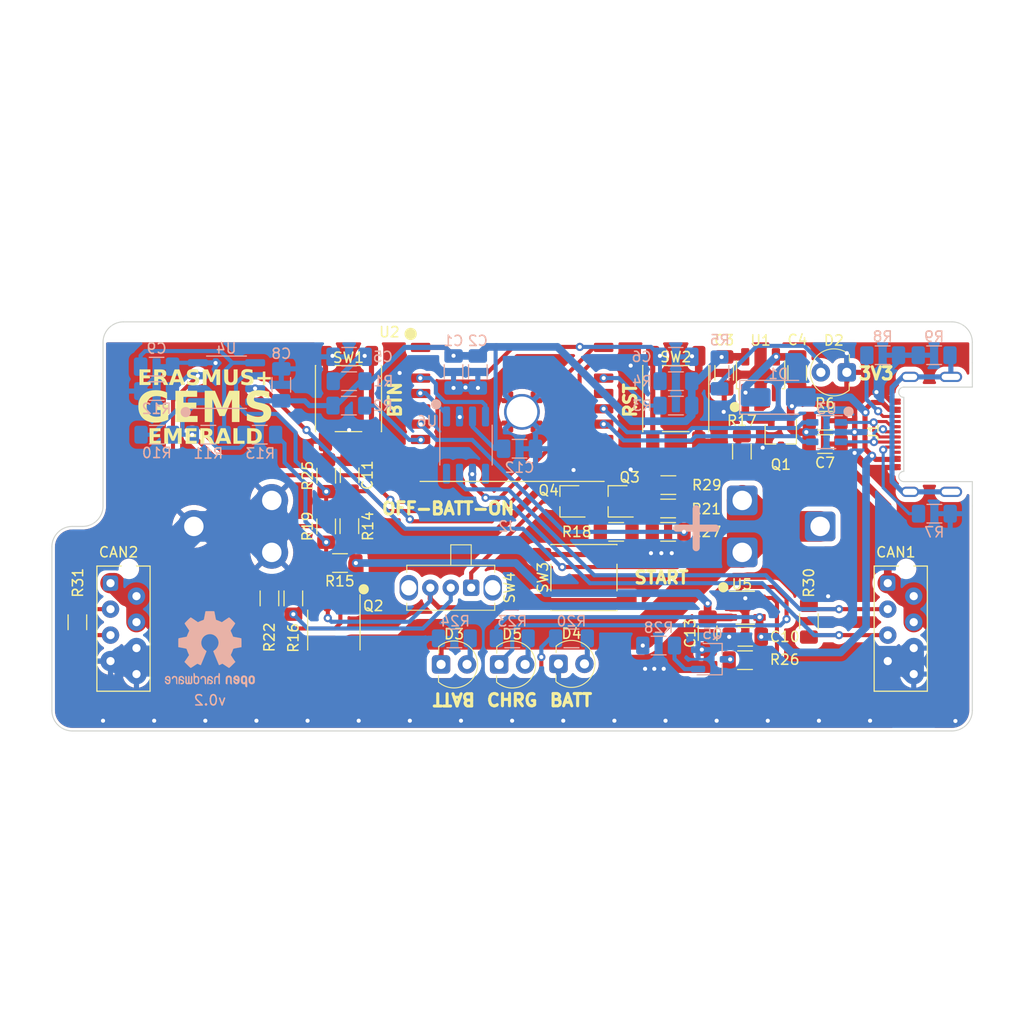
<source format=kicad_pcb>
(kicad_pcb (version 20240108) (generator "pcbnew") (generator_version "8.0")
  (title_block (title "EMERALD") (date "2024-02-23") (rev "v0.2") (company "GEMS - Graceful Equalising of Mechatronics Students") (comment 2 "Contact: gasper.skulj@fs.uni-lj.si") (comment 3 "2022-1-SI01-KA220-HED-000087727") (comment 4 "Erasmus+ project KA2: Cooperation partnerships in higher education"))
  (layers (0 "F.Cu" signal) (31 "B.Cu" signal) (34 "B.Paste" user) (35 "F.Paste" user) (36 "B.SilkS" user "B.Silkscreen") (37 "F.SilkS" user "F.Silkscreen") (38 "B.Mask" user) (39 "F.Mask" user) (44 "Edge.Cuts" user))
  (net 0 "")
  (net 1 "GND")
  (net 2 "+3V3")
  (net 3 "Net-(Q1-S)")
  (net 4 "Net-(U2-IO9)")
  (net 5 "Net-(U2-EN)")
  (net 7 "VBUS")
  (net 8 "+BATT")
  (net 9 "Net-(U4B-+)")
  (net 11 "Net-(J2-+batt)")
  (net 12 "/CAN+")
  (net 13 "/CAN-")
  (net 14 "Net-(CAN2-CAN_H)")
  (net 15 "Net-(CAN2-CAN_L)")
  (net 16 "Net-(D2-PadA)")
  (net 17 "Net-(D3-PadA)")
  (net 18 "Net-(D4-PadA)")
  (net 19 "Net-(D5-PadA)")
  (net 20 "Net-(U5-stat)")
  (net 21 "Net-(J1-CC1)")
  (net 22 "Net-(J1-D--PadA7)")
  (net 23 "Net-(J1-CASE)")
  (net 24 "Net-(J1-CC2)")
  (net 25 "Net-(J1-D+-PadA6)")
  (net 26 "Net-(Q2A-G1)")
  (net 27 "Net-(Q2A-S1)")
  (net 28 "Net-(Q2B-S2)")
  (net 29 "Net-(Q2B-G2)")
  (net 30 "Net-(Q3-B)")
  (net 31 "Net-(Q3-C)")
  (net 32 "Net-(Q4-C)")
  (net 33 "Net-(U2-IO8)")
  (net 34 "Net-(U2-IO2{slash}ADC1_2{slash}FSPIQ)")
  (net 35 "Net-(U4A--)")
  (net 36 "V_BATT")
  (net 37 "Net-(U4A-+)")
  (net 38 "Net-(R18-Pad1)")
  (net 39 "SHDN_I")
  (net 40 "SHDN_uC")
  (net 41 "Net-(U5-prog)")
  (net 42 "USB_D+")
  (net 43 "USB_D-")
  (net 44 "CAN_RX")
  (net 45 "I_BATT")
  (net 54 "CAN_TX")
  (net 55 "Net-(Q5-D)")
  (net 56 "Net-(Q5-G)")
  (footprint "GEMS_Library:LED_D3.0mm" (layer "F.Cu") (at 181.4576 84.9376 180)
    (property "Reference" "D2")
    (property "Value" "Green")
  )
  (footprint "GEMS_Library:SOT-23-5" (layer "F.Cu") (at 172.7962 107.95)
    (property "Reference" "U5")
    (property "Value" "MCP73831T")
  )
  (footprint "GEMS_Library:R_1206_(3216)" (layer "F.Cu") (at 107.4928 109.3724 -90)
    (property "Reference" "R31")
    (property "Value" "120")
  )
  (footprint "GEMS_Library:R_1206_(3216)" (layer "F.Cu") (at 134.0872 99.9744 -90)
    (property "Reference" "R14")
    (property "Value" "1.5K")
  )
  (footprint "GEMS_Library:LED_D3.0mm" (layer "F.Cu") (at 144.3228 113.4952)
    (property "Reference" "D3")
    (property "Value" "Red")
  )
  (footprint "GEMS_Library:C_1206_(3216)" (layer "F.Cu") (at 169.1132 110.4392 -90)
    (property "Reference" "C13")
    (property "Value" "10uF")
  )
  (footprint "GEMS_Library:USB-C_MOLEX-216990-0001" (layer "F.Cu") (at 191.75 91 90)
    (property "Reference" "J1")
    (property "Value" "USB_C_USB2.0")
    (fp_line (start 3.62 -3.45) (end -3.62 -3.45) (stroke (width 0.1)) (layer "Edge.Cuts"))
    (fp_line (start 7 3.25) (end 4.62 3.25) (stroke (width 0.1)) (layer "Edge.Cuts"))
    (fp_line (start 4.62 3.25) (end 4.62 -3.45) (stroke (width 0.1)) (layer "Edge.Cuts"))
    (fp_line (start -4.62 3.25) (end -4.62 -3.45) (stroke (width 0.1)) (layer "Edge.Cuts"))
    (fp_line (start -7 3.25) (end -4.62 3.25) (stroke (width 0.1)) (layer "Edge.Cuts"))
    (fp_arc (start 3.62 -3.45) (mid 4.12 -3.95) (end 4.62 -3.45) (stroke (width 0.1)) (layer "Edge.Cuts"))
    (fp_arc (start -4.62 -3.45) (mid -4.12 -3.95) (end -3.62 -3.45) (stroke (width 0.1)) (layer "Edge.Cuts"))
  )
  (footprint "GEMS_Library:R_1206_(3216)" (layer "F.Cu") (at 165.2772 95.9612)
    (property "Reference" "R29")
    (property "Value" "30k")
  )
  (footprint "GEMS_Library:C_1206_(3216)" (layer "F.Cu") (at 177.8762 84.9884 -90)
    (property "Reference" "C4")
    (property "Value" "10uF")
  )
  (footprint "GEMS_Library:R_1206_(3216)" (layer "F.Cu") (at 179.0192 109.2708 -90)
    (property "Reference" "R30")
    (property "Value" "120")
  )
  (footprint "GEMS_Library:C_1206_(3216)" (layer "F.Cu") (at 134.112 94.996 90)
    (property "Reference" "C11")
    (property "Value" "0.1uF")
  )
  (footprint "GEMS_Library:SW_SPDT" (layer "F.Cu") (at 144 106 180)
    (property "Reference" "SW4")
    (property "Value" "SW_SPDT")
  )
  (footprint "GEMS_Library:SW_PUSH_6mm_SMD" (layer "F.Cu") (at 166 87.5 -90)
    (property "Reference" "SW2")
    (property "Value" "RST")
  )
  (footprint "GEMS_Library:ESP32-C3-WROOM-02" (layer "F.Cu") (at 150 88.5)
    (property "Reference" "U2")
    (property "Value" "ESP32-C3")
  )
  (footprint "GEMS_Library:R_1206_(3216)" (layer "F.Cu") (at 131.826 95.0468 90)
    (property "Reference" "R25")
    (property "Value" "13k")
  )
  (footprint "GEMS_Library:SOT-23" (layer "F.Cu") (at 160.3372 97.5716 180)
    (property "Reference" "Q3")
    (property "Value" "BC846")
  )
  (footprint "GEMS_Library:C_1206_(3216)" (layer "F.Cu") (at 180.594 91.948)
    (property "Reference" "C7")
    (property "Value" "0.1uF")
  )
  (footprint "GEMS_Library:C_1206_(3216)" (layer "F.Cu") (at 172.7962 110.7948 180)
    (property "Reference" "C10")
    (property "Value" "10uF")
  )
  (footprint "GEMS_Library:R_1206_(3216)" (layer "F.Cu") (at 126.2709 107.0361 90)
    (property "Reference" "R22")
    (property "Value" "100k")
  )
  (footprint "GEMS_Library:SOT-23" (layer "F.Cu") (at 176.2887 90.9955 -90)
    (property "Reference" "Q1")
    (property "Value" "DMG2305UX-13")
  )
  (footprint "GEMS_Library:IDC8_Micro-MaTch" (layer "F.Cu") (at 112 110)
    (property "Reference" "CAN2")
    (property "Value" "CAN_connector")
  )
  (footprint "GEMS_Library:R_1206_(3216)" (layer "F.Cu") (at 160.1724 100.5332 180)
    (property "Reference" "R18")
    (property "Value" "100k")
  )
  (footprint "GEMS_Library:SW_PUSH_6mm_SMD" (layer "F.Cu") (at 157.0228 105)
    (property "Reference" "SW3")
    (property "Value" "EN")
  )
  (footprint "GEMS_Library:C_1206_(3216)" (layer "F.Cu") (at 170.7388 84.9884 -90)
    (property "Reference" "C3")
    (property "Value" "10uF")
  )
  (footprint "GEMS_Library:SW_PUSH_6mm_SMD" (layer "F.Cu") (at 134 87.5 -90)
    (property "Reference" "SW1")
    (property "Value" "BTN")
  )
  (footprint "GEMS_Library:R_1206_(3216)" (layer "F.Cu") (at 128.6077 107.0361 -90)
    (property "Reference" "R16")
    (property "Value" "100k")
  )
  (footprint "GEMS_Library:LED_D3.0mm" (layer "F.Cu") (at 150 113.5)
    (property "Reference" "D5")
    (property "Value" "Yellow")
  )
  (footprint "GEMS_Library:SOIC-8" (layer "F.Cu") (at 132.5701 110.1349 -90)
    (property "Reference" "Q2")
    (property "Value" "DMP3036SSD-13")
  )
  (footprint "GEMS_Library:LED_D3.0mm" (layer "F.Cu") (at 155.8036 113.4444)
    (property "Reference" "D4")
    (property "Value" "Green")
  )
  (footprint "GEMS_Library:IDC8_Micro-MaTch" (layer "F.Cu") (at 188 110)
    (property "Reference" "CAN1")
    (property "Value" "CAN_connector")
  )
  (footprint "GEMS_Library:SOT-89-5" (layer "F.Cu") (at 174.2934 85.1688)
    (property "Reference" "U1")
    (property "Value" "R1170H331B")
  )
  (footprint "GEMS_Library:SOT-23" (layer "F.Cu") (at 155.6252 97.5716 180)
    (property "Reference" "Q4")
    (property "Value" "BC846")
  )
  (footprint "GEMS_Library:R_1206_(3216)" (layer "F.Cu") (at 165.2524 100.5332)
    (property "Reference" "R27")
    (property "Value" "1.5k")
  )
  (footprint "GEMS_Library:R_1206_(3216)" (layer "F.Cu") (at 165.2524 98.2472)
    (property "Reference" "R21")
    (property "Value" "1.5k")
  )
  (footprint "GEMS_Library:R_1206_(3216)" (layer "F.Cu") (at 172.7708 113.0808)
    (property "Reference" "R26")
    (property "Value" "2k")
  )
  (footprint "GEMS_Library:R_1206_(3216)" (layer "F.Cu") (at 180.6077 89.662)
    (property "Reference" "R6")
    (property "Value" "100k")
  )
  (footprint "GEMS_Library:R_1206_(3216)" (layer "F.Cu") (at 133.1728 103.5812 180)
    (property "Reference" "R15")
    (property "Value" "5m")
  )
  (footprint "GEMS_Library:R_1206_(3216)" (layer "F.Cu") (at 172.466 92.6852 90)
    (property "Reference" "R17")
    (property "Value" "100k")
  )
  (footprint "GEMS_Library:R_1206_(3216)" (layer "F.Cu") (at 131.8179 99.9987 90)
    (property "Reference" "R19")
    (property "Value" "10K")
  )
  (footprint "GEMS_Library:C_1206_(3216)" (layer "B.Cu") (at 146.6473 84.8991 -90)
    (property "Reference" "C2")
    (property "Value" "0.1uF")
  )
  (footprint "GEMS_Library:C_1206_(3216)" (layer "B.Cu") (at 134.0612 83.4136 180)
    (property "Reference" "C5")
    (property "Value" "0.1uF")
  )
  (footprint "GEMS_Library:R_1206_(3216)" (layer "B.Cu") (at 155.8036 110.9472)
    (property "Reference" "R20")
    (property "Value" "240")
  )
  (footprint "GEMS_Library:DO-214_(SMA)" (layer "B.Cu") (at 176.022 87.376)
    (property "Reference" "D1")
    (property "Value" "XBS306")
  )
  (footprint "GEMS_Library:R_1206_(3216)" (layer "B.Cu") (at 170.2816 84.9884 -90)
    (property "Reference" "R5")
    (property "Value" "240")
  )
  (footprint "GEMS_Library:R_1206_(3216)" (layer "B.Cu") (at 125.3231 91.0336)
    (property "Reference" "R13")
    (property "Value" "1.5K")
  )
  (footprint "GEMS_Library:R_1206_(3216)" (layer "B.Cu") (at 186.2316 83.2612)
    (property "Reference" "R8")
    (property "Value" "5.1k")
  )
  (footprint "GEMS_Library:R_1206_(3216)" (layer "B.Cu") (at 164.325 111.65)
    (property "Reference" "R28")
    (property "Value" "100k")
  )
  (footprint "GEMS_Library:R_1206_(3216)" (layer "B.Cu") (at 115.2375 86.7664 180)
    (property "Reference" "R12")
    (property "Value" "100K")
  )
  (footprint "GEMS_Library:C_1206_(3216)" (layer "B.Cu") (at 144.272 84.8991 -90)
    (property "Reference" "C1")
    (property "Value" "10uF")
  )
  (footprint "GEMS_Library:R_1206_(3216)" (layer "B.Cu") (at 150.0124 110.9472)
    (property "Reference" "R23")
    (property "Value" "240")
  )
  (footprint "GEMS_Library:R_1206_(3216)" (layer "B.Cu") (at 166.0144 85.8012 180)
    (property "Reference" "R4")
    (property "Value" "100k")
  )
  (footprint "GEMS_Library:R_1206_(3216)" (layer "B.Cu") (at 144.3488 110.9472)
    (property "Reference" "R24")
    (property "Value" "240")
  )
  (footprint "GEMS_Library:18650_battery_holder" (layer "B.Cu") (at 149.5 100 180)
    (property "Reference" "J2")
    (property "Value" "18650_battery_holder")
  )
  (footprint "GEMS_Library:SOT-23-6" (layer "B.Cu") (at 180.7464 90.7796 180)
    (property "Reference" "U3")
    (property "Value" "USBLC6-2SC6")
  )
  (footprint "GEMS_Library:R_1206_(3216)" (layer "B.Cu") (at 166.0144 88.1888 180)
    (property "Reference" "R3")
    (property "Value" "100k")
  )
  (footprint "GEMS_Library:R_1206_(3216)" (layer "B.Cu") (at 120.2927 91.0336 180)
    (property "Reference" "R11")
    (property "Value" "100k")
  )
  (footprint "GEMS_Library:R_1206_(3216)" (layer "B.Cu") (at 115.2635 91.0336 180)
    (property "Reference" "R10")
    (property "Value" "100K")
  )
  (footprint "GEMS_Library:R_1206_(3216)" (layer "B.Cu") (at 191.262 83.2612 180)
    (property "Reference" "R9")
    (property "Value" "1M")
  )
  (footprint "GEMS_Library:SOIC-8" (layer "B.Cu") (at 122.0724 85.9028)
    (property "Reference" "U4")
    (property "Value" "MCP6002")
  )
  (footprint "GEMS_Library:SOT-23" (layer "B.Cu") (at 169.59 113)
    (property "Reference" "Q5")
    (property "Value" "DMN2310U")
  )
  (footprint "GEMS_Library:C_1206_(3216)" (layer "B.Cu") (at 166 83.4136)
    (property "Reference" "C6")
    (property "Value" "0.1uF")
  )
  (footprint "GEMS_Library:R_1206_(3216)" (layer "B.Cu") (at 134.0612 85.8012 180)
    (property "Reference" "R1")
    (property "Value" "100k")
  )
  (footprint "GEMS_Library:C_1206_(3216)" (layer "B.Cu") (at 115.2375 84.3788)
    (property "Reference" "C9")
    (property "Value" "0.1uF")
  )
  (footprint "GEMS_Library:R_1206_(3216)" (layer "B.Cu") (at 191.2868 98.7552)
    (property "Reference" "R7")
    (property "Value" "5.1k")
  )
  (footprint "GEMS_Library:C_1206_(3216)" (layer "B.Cu") (at 150.7236 92.4052)
    (property "Reference" "C12")
    (property "Value" "0.1uF")
  )
  (footprint "GEMS_Library:R_1206_(3216)" (layer "B.Cu") (at 134.0364 88.1888)
    (property "Reference" "R2")
    (property "Value" "100k")
  )
  (footprint "GEMS_Library:C_1206_(3216)" (layer "B.Cu") (at 127.4295 86.1568 90)
    (property "Reference" "C8")
    (property "Value" "0.1uF")
  )
  (footprint "Symbol:OSHW-Logo2_9.8x8mm_SilkScreen" (layer "B.Cu") (at 120.45 112 180)
    (property "Reference" "REF**" (hide yes))
    (property "Value" "OSHW-Logo2_9.8x8mm_SilkScreen" (hide yes))
  )
  (footprint "GEMS_Library:SOIC-8" (layer "B.Cu") (at 145.4912 92.0496 -90)
    (property "Reference" "U6")
    (property "Value" "TCAN332DR")
  )
  (gr_line (start 112 80) (end 193 80) (stroke (width 0.1)) (layer "Edge.Cuts"))
  (gr_line (start 195 82) (end 195 84) (stroke (width 0.1)) (layer "Edge.Cuts"))
  (gr_arc (start 105 102) (mid 105.585786 100.585786) (end 107 100) (stroke (width 0.1)) (layer "Edge.Cuts"))
  (gr_line (start 193 120) (end 107 120) (stroke (width 0.1)) (layer "Edge.Cuts"))
  (gr_line (start 110 98) (end 110 82) (stroke (width 0.1)) (layer "Edge.Cuts"))
  (gr_line (start 107 100) (end 108 100) (stroke (width 0.1)) (layer "Edge.Cuts"))
  (gr_line (start 195 118) (end 195 98) (stroke (width 0.1)) (layer "Edge.Cuts"))
  (gr_arc (start 107 120) (mid 105.585786 119.414214) (end 105 118) (stroke (width 0.1)) (layer "Edge.Cuts"))
  (gr_arc (start 195 118) (mid 194.414214 119.414214) (end 193 120) (stroke (width 0.1)) (layer "Edge.Cuts"))
  (gr_arc (start 110 82) (mid 110.585786 80.585786) (end 112 80) (stroke (width 0.1)) (layer "Edge.Cuts"))
  (gr_arc (start 110 98) (mid 109.414214 99.414214) (end 108 100) (stroke (width 0.1)) (layer "Edge.Cuts"))
  (gr_line (start 105 118) (end 105 102) (stroke (width 0.1)) (layer "Edge.Cuts"))
  (gr_arc (start 193 80) (mid 194.414214 80.585786) (end 195 82) (stroke (width 0.1)) (layer "Edge.Cuts"))
  (gr_text "v0.2" (at 120.45 117 0) (layer "B.SilkS") (effects (font (size 1 1)) (justify mirror)))
  (gr_text "3V3" (at 183.75 85.75 0) (layer "F.SilkS") (effects (font (size 1.2 1.2) (thickness 0.3) (bold yes)) (justify left bottom)))
  (gr_text "CHRG" (at 150 117 0) (layer "F.SilkS") (effects (font (size 1.2 1.2) (thickness 0.3) (bold yes))))
  (gr_text "BTN" (at 139.25 89.5 90) (layer "F.SilkS") (effects (font (size 1.2 1.2) (thickness 0.3) (bold yes)) (justify left bottom)))
  (gr_text "START" (at 164.6 105 0) (layer "F.SilkS") (effects (font (size 1.2 1.2) (thickness 0.3) (bold yes))))
  (gr_text "ERASMUS+" (at 120 85.5508 0) (layer "F.SilkS") (effects (font (size 1.5 1.5) (thickness 0.2) (bold yes))))
  (gr_text "EMERALD" (at 120 91.3008 0) (layer "F.SilkS") (effects (font (size 1.5 1.5) (thickness 0.2) (bold yes))))
  (gr_text "RST" (at 162.25 89.5 90) (layer "F.SilkS") (effects (font (size 1.2 1.2) (thickness 0.3) (bold yes)) (justify left bottom)))
  (gr_text "BATT" (at 144.3 116.9 180) (layer "F.SilkS") (effects (font (size 1.2 1.2) (thickness 0.3) (bold yes))))
  (gr_text "GEMS" (at 120 88.5508 0) (layer "F.SilkS") (effects (font (size 3 3) (thickness 0.4) (bold yes))))
  (gr_text "BATT" (at 155.75 117 0) (layer "F.SilkS") (effects (font (size 1.2 1.2) (thickness 0.3) (bold yes))))
  (gr_text "OFF-BATT-ON" (at 143.75 98.25 0) (layer "F.SilkS") (effects (font (size 1.2 1.2) (thickness 0.3) (bold yes))))
  (segment (start 183.5404 88.392) (end 185.0644 86.868) (width 0.5) (layer "F.Cu") (net 1))
  (segment (start 187.1472 94.2848) (end 187.1472 94.1324) (width 0.3) (layer "F.Cu") (net 1))
  (segment (start 178.7013 87.376) (end 177.8762 86.5509) (width 0.75) (layer "F.Cu") (net 1))
  (segment (start 132.4356 83.325) (end 131.75 83.325) (width 0.5) (layer "F.Cu") (net 1))
  (segment (start 187.6 87.65) (end 187.178 87.65) (width 0.3) (layer "F.Cu") (net 1))
  (segment (start 183.4896 88.4428) (end 183.4896 89.662) (width 0.5) (layer "F.Cu") (net 1))
  (segment (start 183.4896 90.7796) (end 182.1577 90.7796) (width 0.5) (layer "F.Cu") (net 1))
  (segment (start 169.1132 112.0017) (end 168.55 112.05) (width 0.75) (layer "F.Cu") (net 1))
  (segment (start 168.2122 83.3628) (end 168.25 83.325) (width 0.5) (layer "F.Cu") (net 1))
  (segment (start 183.5404 88.392) (end 183.4896 88.4428) (width 0.5) (layer "F.Cu") (net 1))
  (segment (start 182.1577 90.7796) (end 182.1577 91.9468) (width 0.5) (layer "F.Cu") (net 1))
  (segment (start 182.1577 91.9468) (end 182.1565 91.948) (width 0.5) (layer "F.Cu") (net 1))
  (segment (start 183.4896 92.8116) (end 184.912 94.234) (width 0.5) (layer "F.Cu") (net 1))
  (segment (start 171.225 110.8) (end 171.2302 110.7948) (width 0.75) (layer "F.Cu") (net 1))
  (segment (start 187.2124 94.35) (end 187.1472 94.2848) (width 0.3) (layer "F.Cu") (net 1))
  (segment (start 185.0644 86.868) (end 185.6232 86.868) (width 0.5) (layer "F.Cu") (net 1))
  (segment (start 168.25 86.5124) (end 168.25 83.325) (width 0.75) (layer "F.Cu") (net 1))
  (segment (start 172.3898 110.7948) (end 171.2337 110.7948) (width 0.75) (layer "F.Cu") (net 1))
  (segment (start 182.1577 89.662) (end 182.1577 90.7796) (width 0.5) (layer "F.Cu") (net 1))
  (segment (start 187.2132 87.95) (end 187.6 87.95) (width 0.3) (layer "F.Cu") (net 1))
  (segment (start 177.8762 86.5509) (end 176.4941 85.1688) (width 0.75) (layer "F.Cu") (net 1))
  (segment (start 169.1132 111.1504) (end 169.4688 110.7948) (width 0.75) (layer "F.Cu") (net 1))
  (segment (start 170.7388 86.5509) (end 168.2885 86.5509) (width 0.75) (layer "F.Cu") (net 1))
  (segment (start 185.6232 86.868) (end 186.1652 86.868) (width 0.5) (layer "F.Cu") (net 1))
  (segment (start 187.2296 94.05) (end 187.6 94.05) (width 0.3) (layer "F.Cu") (net 1))
  (segment (start 187.1472 94.1324) (end 187.2296 94.05) (width 0.3) (layer "F.Cu") (net 1))
  (segment (start 172.8216 108.3818) (end 172.8216 110.363) (width 0.75) (layer "F.Cu") (net 1))
  (segment (start 187.1472 87.6808) (end 187.1472 87.884) (width 0.3) (layer "F.Cu") (net 1))
  (segment (start 183.4896 89.662) (end 182.1577 89.662) (width 0.5) (layer "F.Cu") (net 1))
  (segment (start 168.5983 112.0017) (end 169.1132 112.0017) (width 0.75) (layer "F.Cu") (net 1))
  (segment (start 168.2885 86.5509) (end 168.25 86.5124) (width 0.75) (layer "F.Cu") (net 1))
  (segment (start 172.3898 107.95) (end 172.8216 108.3818) (width 0.75) (layer "F.Cu") (net 1))
  (segment (start 163 113.925) (end 168.425 113.925) (width 0.75) (layer "F.Cu") (net 1))
  (segment (start 187.178 87.65) (end 187.1472 87.6808) (width 0.3) (layer "F.Cu") (net 1))
  (segment (start 131.75 83.325) (end 131.75 91.675) (width 0.5) (layer "F.Cu") (net 1))
  (segment (start 168.425 113.925) (end 169.1132 113.2368) (width 0.75) (layer "F.Cu") (net 1))
  (segment (start 187.6 94.35) (end 187.2124 94.35) (width 0.3) (layer "F.Cu") (net 1))
  (segment (start 172.1209 85.1688) (end 170.7388 86.5509) (width 0.75) (layer "F.Cu") (net 1))
  (segment (start 186.1652 86.868) (end 187.1472 87.85) (width 0.5) (layer "F.Cu") (net 1))
  (segment (start 172.8216 110.363) (end 172.3898 110.7948) (width 0.75) (layer "F.Cu") (net 1))
  (segment (start 169.1132 112.0017) (end 169.1132 111.1504) (width 0.75) (layer "F.Cu") (net 1))
  (segment (start 183.0832 87.376) (end 178.7013 87.376) (width 0.75) (layer "F.Cu") (net 1))
  (segment (start 187.1472 87.884) (end 187.2132 87.95) (width 0.3) (layer "F.Cu") (net 1))
  (segment (start 171.2198 110.7948) (end 171.225 110.8) (width 0.75) (layer "F.Cu") (net 1))
  (segment (start 169.1132 113.2368) (end 169.1132 112.0017) (width 0.75) (layer "F.Cu") (net 1))
  (segment (start 169.4688 110.7948) (end 171.2198 110.7948) (width 0.75) (layer "F.Cu") (net 1))
  (segment (start 171.3962 107.95) (end 172.3898 107.95) (width 0.75) (layer "F.Cu") (net 1))
  (segment (start 186.6008 113.17) (end 186.73 113.17) (width 1.5) (layer "F.Cu") (net 1))
  (segment (start 168.55 112.05) (end 168.5983 112.0017) (width 0.75) (layer "F.Cu") (net 1))
  (segment (start 174.2934 85.1688) (end 172.1209 85.1688) (width 0.75) (layer "F.Cu") (net 1))
  (segment (start 183.5912 87.884) (end 183.0832 87.376) (width 0.75) (layer "F.Cu") (net 1))
  (segment (start 183.4896 92.8116) (end 183.4896 88.4428) (width 0.5) (layer "F.Cu") (net 1))
  (segment (start 184.912 94.234) (end 187.0964 94.234) (width 0.5) (layer "F.Cu") (net 1))
  (segment (start 168.25 91.675) (end 168.25 86.5124) (width 0.75) (layer "F.Cu") (net 1))
  (segment (start 176.4941 85.1688) (end 174.2934 85.1688) (width 0.75) (layer "F.Cu") (net 1))
  (segment (start 167.5892 83.3628) (end 168.2122 83.3628) (width 0.5) (layer "F.Cu") (net 1))
  (segment (start 171.2302 110.7948) (end 171.2337 110.7948) (width 0.75) (layer "F.Cu") (net 1))
  (via (at 139 85) (size 0.8) (drill 0.4) (layers "F.Cu" "B.Cu") (net 1))
  (via (at 150 119) (size 0.8) (drill 0.4) (layers "F.Cu" "B.Cu") (net 1))
  (via (at 146.6596 86.4616) (size 0.8) (drill 0.4) (layers "F.Cu" "B.Cu") (net 1))
  (via (at 170.688 88.7984) (size 0.8) (drill 0.4) (layers "F.Cu" "B.Cu") (net 1))
  (via (at 145.4404 86.4108) (size 0.8) (drill 0.4) (layers "F.Cu" "B.Cu") (net 1))
  (via (at 132.4356 83.325) (size 0.8) (drill 0.4) (layers "F.Cu" "B.Cu") (net 1))
  (via (at 145 119) (size 0.8) (drill 0.4) (layers "F.Cu" "B.Cu") (net 1))
  (via (at 130 119) (size 0.8) (drill 0.4) (layers "F.Cu" "B.Cu") (net 1))
  (via (at 135 119) (size 0.8) (drill 0.4) (layers "F.Cu" "B.Cu") (net 1))
  (via (at 183.4896 90.7796) (size 0.8) (drill 0.4) (layers "F.Cu" "B.Cu") (net 1))
  (via (at 125 119) (size 0.8) (drill 0.4) (layers "F.Cu" "B.Cu") (net 1))
  (via (at 182.7276 83.058) (size 0.8) (drill 0.4) (layers "F.Cu" "B.Cu") (net 1))
  (via (at 193.3448 119.0244) (size 0.8) (drill 0.4) (layers "F.Cu" "B.Cu") (net 1))
  (via (at 168.55 112.05) (size 0.8) (drill 0.4) (layers "F.Cu" "B.Cu") (net 1))
  (via (at 121.0056 84.0232) (size 0.8) (drill 0.4) (layers "F.Cu" "B.Cu") (net 1))
  (via (at 170 119) (size 0.8) (drill 0.4) (layers "F.Cu" "B.Cu") (net 1))
  (via (at 115 119) (size 0.8) (drill 0.4) (layers "F.Cu" "B.Cu") (net 1))
  (via (at 172.8 107.025) (size 0.8) (drill 0.4) (layers "F.Cu" "B.Cu") (net 1))
  (via (at 160 119) (size 0.8) (drill 0.4) (layers "F.Cu" "B.Cu") (net 1))
  (via (at 165.608 102.616) (size 0.8) (drill 0.4) (layers "F.Cu" "B.Cu") (net 1))
  (via (at 156.0068 94.488) (size 0.8) (drill 0.4) (layers "F.Cu" "B.Cu") (net 1))
  (via (at 134.0612 90.5764) (size 0.8) (drill 0.4) (layers "F.Cu" "B.Cu") (net 1))
  (via (at 165 119) (size 0.8) (drill 0.4) (layers "F.Cu" "B.Cu") (net 1))
  (via (at 164.592 102.616) (size 0.8) (drill 0.4) (layers "F.Cu" "B.Cu") (net 1))
  (via (at 110 119) (size 0.8) (drill 0.4) (layers "F.Cu" "B.Cu") (net 1))
  (via (at 175 119) (size 0.8) (drill 0.4) (layers "F.Cu" "B.Cu") (net 1))
  (via (at 163.576 102.616) (size 0.8) (drill 0.4) (layers "F.Cu" "B.Cu") (net 1))
  (via (at 183.4896 92.8116) (size 0.8) (drill 0.4) (layers "F.Cu" "B.Cu") (net 1))
  (via (at 167.5892 83.3628) (size 0.8) (drill 0.4) (layers "F.Cu" "B.Cu") (net 1))
  (via (at 171.225 110.8) (size 0.8) (drill 0.4) (layers "F.Cu" "B.Cu") (net 1))
  (via (at 180.8988 106.8324) (size 0.8) (drill 0.4) (layers "F.Cu" "B.Cu") (net 1))
  (via (at 144.8816 89.3064) (size 0.8) (drill 0.4) (layers "F.Cu" "B.Cu") (net 1))
  (via (at 155 119) (size 0.8) (drill 0.4) (layers "F.Cu" "B.Cu") (net 1))
  (via (at 180 119) (size 0.8) (drill 0.4) (layers "F.Cu" "B.Cu") (net 1))
  (via (at 163 113.925) (size 0.8) (drill 0.4) (layers "F.Cu" "B.Cu") (net 1))
  (via (at 163.9 113.925) (size 0.8) (drill 0.4) (layers "F.Cu" "B.Cu") (net 1))
  (via (at 144.272 86.4616) (size 0.8) (drill 0.4) (layers "F.Cu" "B.Cu") (net 1))
  (via (at 185 119) (size 0.8) (drill 0.4) (layers "F.Cu" "B.Cu") (net 1))
  (via (at 161.5948 84.2772) (size 0.8) (drill 0.4) (layers "F.Cu" "B.Cu") (net 1))
  (via (at 140 119) (size 0.8) (drill 0.4) (layers "F.Cu" "B.Cu") (net 1))
  (via (at 164.825 113.925) (size 0.8) (drill 0.4) (layers "F.Cu" "B.Cu") (net 1))
  (via (at 120 119) (size 0.8) (drill 0.4) (layers "F.Cu" "B.Cu") (net 1))
  (via (at 174.498 92.3036) (size 0.8) (drill 0.4) (layers "F.Cu" "B.Cu") (net 1))
  (via (at 185.6232 86.868) (size 0.8) (drill 0.4) (layers "F.Cu" "B.Cu") (net 1))
  (via (at 161.5948 94.4372) (size 0.8) (drill 0.4) (layers "F.Cu" "B.Cu") (net 1))
  (segment (start 116.332 102.548) (end 116.332 114.3) (width 3) (layer "B.Cu") (net 1))
  (segment (start 127.9375 83.4136) (end 127.8867 83.4644) (width 0.4) (layer "B.Cu") (net 1))
  (segment (start 116.8 84.3788) (end 116.0751 84.3788) (width 0.4) (layer "B.Cu") (net 1))
  (segment (start 145.3896 86.4616) (end 145.4404 86.4108) (width 0.5) (layer "B.Cu") (net 1))
  (segment (start 141.224 111.5568) (end 141.224 116.332) (width 0.5) (layer "B.Cu") (net 1))
  (segment (start 182.7276 83.058) (end 182.7276 84.9376) (width 0.5) (layer "B.Cu") (net 1))
  (segment (start 118.88 100) (end 116.332 102.548) (width 3) (layer "B.Cu") (net 1))
  (segment (start 145.4404 86.4108) (end 145.4912 86.4616) (width 0.5) (layer "B.Cu") (net 1))
  (segment (start 144.272 86.4616) (end 145.3896 86.4616) (width 0.75) (layer "B.Cu") (net 1))
  (segment (start 112 113.17) (end 113.27 111.9) (width 2) (layer "B.Cu") (net 1))
  (segment (start 127.4295 83.9216) (end 127.4295 84.5943) (width 0.4) (layer "B.Cu") (net 1))
  (segment (start 123.96 100) (end 126.5 97.46) (width 3) (layer "B.Cu") (net 1))
  (segment (start 118.364 116.332) (end 141.224 116.332) (width 3) (layer "B.Cu") (net 1))
  (segment (start 189.27 111.9) (end 189.27 113.5) (width 2) (layer "B.Cu") (net 1))
  (segment (start 117.181 83.9978) (end 116.8 84.3788) (width 0.4) (layer "B.Cu") (net 1))
  (segment (start 154.5336 116.2812) (end 154.4828 116.332) (width 0.5) (layer "B.Cu") (net 1))
  (segment (start 154.4828 116.332) (end 181.61 116.332) (width 3) (layer "B.Cu") (net 1))
  (segment (start 119.2724 83.9978) (end 117.181 83.9978) (width 0.4) (layer "B.Cu") (net 1))
  (segment (start 126.5 102.54) (end 126.5 97.46) (width 3) (layer "B.Cu") (net 1))
  (segment (start 188 113.17) (end 186.73 113.17) (width 2) (layer "B.Cu") (net 1))
  (segment (start 113.27 111.9) (end 113.27 114.44) (width 2) (layer "B.Cu") (net 1))
  (segment (start 123.96 100) (end 126.5 102.54) (width 3) (layer "B.Cu") (net 1))
  (segment (start 119.2724 83.9978) (end 120.9802 83.9978) (width 0.4) (layer "B.Cu") (net 1))
  (segment (start 154.5336 113.4444) (end 154.5336 116.2812) (width 0.5) (layer "B.Cu") (net 1))
  (segment (start 189.27 111.9) (end 188 113.17) (width 2) (layer "B.Cu") (net 1))
  (segment (start 142.7988 110.9472) (end 141.8336 110.9472) (width 0.5) (layer "B.Cu") (net 1))
  (segment (start 187.7816 83.2612) (end 189.712 83.2612) (width 0.5) (layer "B.Cu") (net 1))
  (segment (start 187.7816 83.846) (end 187.7816 83.2612) (width 0.5) (layer "B.Cu") (net 1))
  (segment (start 188.94 113.17) (end 189.27 113.5) (width 2) (layer "B.Cu") (net 1))
  (segment (start 145.4912 86.4616) (end 146.6596 86.4616) (width 0.75) (layer "B.Cu") (net 1))
  (segment (start 110.73 113.17) (end 112 113.17) (width 2) (layer "B.Cu") (net 1))
  (segment (start 116.0751 84.3788) (end 113.6875 86.7664) (width 0.4) (layer "B.Cu") (net 1))
  (segment (start 112 113.17) (end 115.202 113.17) (width 3) (layer "B.Cu") (net 1))
  (segment (start 188 113.17) (end 189.27 114.44) (width 2) (layer "B.Cu") (net 1))
  (segment (start 185.6232 86.868) (end 185.6232 86.0044) (width 0.5) (layer "B.Cu") (net 1))
  (segment (start 141.224 116.332) (end 154.4828 116.332) (width 3) (layer "B.Cu") (net 1))
  (segment (start 120.9802 83.9978) (end 121.0056 84.0232) (width 0.4) (layer "B.Cu") (net 1))
  (segment (start 112 113.17) (end 113.27 114.44) (width 2) (layer "B.Cu") (net 1))
  (segment (start 189.27 113.5) (end 189.27 114.44) (width 2) (layer "B.Cu") (net 1))
  (segment (start 187.9876 113.1824) (end 188 113.17) (width 3) (layer "B.Cu") (net 1))
  (segment (start 146.6596 86.4616) (end 146.6473 86.4616) (width 0.75) (layer "B.Cu") (net 1))
  (segment (start 118.88 100) (end 123.96 100) (width 3) (layer "B.Cu") (net 1))
  (segment (start 181.61 116.332) (end 184.7596 113.1824) (width 3) (layer "B.Cu") (net 1))
  (segment (start 127.8867 83.4644) (end 127.4295 83.9216) (width 0.4) (layer "B.Cu") (net 1))
  (segment (start 115.202 113.17) (end 118.364 116.332) (width 3) (layer "B.Cu") (net 1))
  (segment (start 185.6232 86.0044) (end 187.7816 83.846) (width 0.5) (layer "B.Cu") (net 1))
  (segment (start 183.4896 90.7796) (end 182.1464 90.7796) (width 0.5) (layer "B.Cu") (net 1))
  (segment (start 141.8336 110.9472) (end 141.224 111.5568) (width 0.5) (layer "B.Cu") (net 1))
  (segment (start 132.4987 83.4136) (end 127.9375 83.4136) (width 0.4) (layer "B.Cu") (net 1))
  (segment (start 184.7596 113.1824) (end 187.9876 113.1824) (width 3) (layer "B.Cu") (net 1))
  (segment (start 116.332 114.3) (end 118.364 116.332) (width 3) (layer "B.Cu") (net 1))
  (segment (start 170.4973 83.4259) (end 170.7388 83.4259) (width 0.5) (layer "F.Cu") (net 2))
  (segment (start 170.4848 83.4384) (end 170.5044 83.4188) (width 0.75) (layer "F.Cu") (net 2))
  (segment (start 170.4848 83.4384) (end 170.4973 83.4259) (width 0.5) (layer "F.Cu") (net 2))
  (segment (start 170.5044 83.4188) (end 172.7934 83.4188) (width 0.75) (layer "F.Cu") (net 2))
  (segment (start 143.46 82.5) (end 144.272 83.312) (width 0.5) (layer "F.Cu") (net 2))
  (segment (start 141.05 82.5) (end 143.46 82.5) (width 0.5) (layer "F.Cu") (net 2))
  (via (at 144.272 83.312) (size 0.8) (drill 0.4) (layers "F.Cu" "B.Cu") (net 2))
  (via (at 170.4848 83.4384) (size 0.8) (drill 0.4) (layers "F.Cu" "B.Cu") (net 2))
  (segment (start 154.432 82.4484) (end 148.4376 82.4484) (width 0.75) (layer "B.Cu") (net 2))
  (segment (start 167.5644 88.1888) (end 167.5644 89.128) (width 0.75) (layer "B.Cu") (net 2))
  (segment (start 144.272 83.3366) (end 144.272 83.312) (width 0.5) (layer "B.Cu") (net 2))
  (segment (start 148.4376 82.4484) (end 147.5355 82.4484) (width 0.75) (layer "B.Cu") (net 2))
  (segment (start 146.1262 89.2496) (end 146.1262 90.2462) (width 0.4) (layer "B.Cu") (net 2))
  (segment (start 146.1262 90.2462) (end 148.2852 92.4052) (width 0.4) (layer "B.Cu") (net 2))
  (segment (start 135.1788 85.8012) (end 135.6112 85.8012) (width 0.5) (layer "B.Cu") (net 2))
  (segment (start 167.5644 89.128) (end 166.9796 89.7128) (width 0.75) (layer "B.Cu") (net 2))
  (segment (start 166.9796 89.7128) (end 161.6964 89.7128) (width 0.75) (layer "B.Cu") (net 2))
  (segment (start 170.4848 83.4384) (end 170.46 83.4384) (width 0.75) (layer "B.Cu") (net 2))
  (segment (start 132.7912 88.1888) (end 135.1788 85.8012) (width 0.5) (layer "B.Cu") (net 2))
  (segment (start 170.46 83.4384) (end 168.0972 85.8012) (width 0.75) (layer "B.Cu") (net 2))
  (segment (start 136.1948 85.8012) (end 139.4968 82.4992) (width 0.5) (layer "B.Cu") (net 2))
  (segment (start 147.5355 82.4484) (end 146.6473 83.3366) (width 0.75) (layer "B.Cu") (net 2))
  (segment (start 161.6964 89.7128) (end 154.432 82.4484) (width 0.75) (layer "B.Cu") (net 2))
  (segment (start 167.5644 85.8012) (end 167.5644 88.1888) (width 0.75) (layer "B.Cu") (net 2))
  (segment (start 168.0972 85.8012) (end 167.5644 85.8012) (width 0.75) (layer "B.Cu") (net 2))
  (segment (start 144.272 83.312) (end 146.6473 83.3366) (width 0.75) (layer "B.Cu") (net 2))
  (segment (start 148.3868 92.4052) (end 148.3868 82.4992) (width 0.4) (layer "B.Cu") (net 2))
  (segment (start 143.4592 82.4992) (end 144.272 83.312) (width 0.5) (layer "B.Cu") (net 2))
  (segment (start 148.3868 82.4992) (end 148.4376 82.4484) (width 0.4) (layer "B.Cu") (net 2))
  (segment (start 124.9609 87.7193) (end 124.8724 87.8078) (width 0.5) (layer "B.Cu") (net 2))
  (segment (start 135.6112 85.8012) (end 136.1948 85.8012) (width 0.5) (layer "B.Cu") (net 2))
  (segment (start 127.4295 87.7193) (end 124.9609 87.7193) (width 0.5) (layer "B.Cu") (net 2))
  (segment (start 132.4864 88.1888) (end 130.1888 88.1888) (width 0.5) (layer "B.Cu") (net 2))
  (segment (start 129.7193 87.7193) (end 127.4295 87.7193) (width 0.5) (layer "B.Cu") (net 2))
  (segment (start 149.1611 92.4052) (end 148.3868 92.4052) (width 0.4) (layer "B.Cu") (net 2))
  (segment (start 148.2852 92.4052) (end 149.1611 92.4052) (width 0.4) (layer "B.Cu") (net 2))
  (segment (start 139.4968 82.4992) (end 143.4592 82.4992) (width 0.5) (layer "B.Cu") (net 2))
  (segment (start 132.4864 88.1888) (end 132.7912 88.1888) (width 0.5) (layer "B.Cu") (net 2))
  (segment (start 130.1888 88.1888) (end 129.7193 87.7193) (width 0.5) (layer "B.Cu") (net 2))
  (segment (start 175.8005 83.4259) (end 175.7934 83.4188) (width 0.5) (layer "F.Cu") (net 3))
  (segment (start 172.7934 86.9188) (end 172.8216 86.9188) (width 0.75) (layer "F.Cu") (net 3))
  (segment (start 175.8311 83.4259) (end 175.8188 83.4136) (width 0.75) (layer "F.Cu") (net 3))
  (segment (start 177.8762 83.4754) (end 177.8762 83.4259) (width 0.5) (layer "F.Cu") (net 3))
  (segment (start 172.8216 86.9188) (end 172.7934 89.075) (width 0.75) (layer "F.Cu") (net 3))
  (segment (start 175.8188 83.4136) (end 175.8065 83.4259) (width 0.75) (layer "F.Cu") (net 3))
  (segment (start 177.8762 83.4259) (end 175.8311 83.4259) (width 0.75) (layer "F.Cu") (net 3))
  (segment (start 175.8065 83.4259) (end 175.8005 83.4259) (width 0.75) (layer "F.Cu") (net 3))
  (segment (start 172.7934 89.075) (end 173.3039 89.5855) (width 0.75) (layer "F.Cu") (net 3))
  (segment (start 173.3039 89.5855) (end 175.3387 89.5855) (width 0.75) (layer "F.Cu") (net 3))
  (via (at 175.8188 83.4136) (size 0.8) (drill 0.4) (layers "F.Cu" "B.Cu") (net 3))
  (via (at 172.8216 86.9188) (size 0.8) (drill 0.4) (layers "F.Cu" "B.Cu") (net 3))
  (segment (start 175.768 83.4136) (end 172.8216 86.36) (width 0.75) (layer "B.Cu") (net 3))
  (segment (start 172.8216 86.36) (end 172.8216 86.9188) (width 0.75) (layer "B.Cu") (net 3))
  (segment (start 175.8188 83.4136) (end 175.768 83.4136) (width 0.75) (layer "B.Cu") (net 3))
  (segment (start 138.0046 91.675) (end 139.3296 93) (width 0.5) (layer "F.Cu") (net 4))
  (segment (start 136.25 83.325) (end 136.25 91.675) (width 0.5) (layer "F.Cu") (net 4))
  (segment (start 135.5852 83.325) (end 136.25 83.325) (width 0.5) (layer "F.Cu") (net 4))
  (segment (start 139.3296 93) (end 141.05 93) (width 0.5) (layer "F.Cu") (net 4))
  (segment (start 136.25 91.675) (end 138.0046 91.675) (width 0.5) (layer "F.Cu") (net 4))
  (via (at 135.5852 83.325) (size 0.8) (drill 0.4) (layers "F.Cu" "B.Cu") (net 4))
  (segment (start 135.5852 83.325) (end 135.1658 83.325) (width 0.5) (layer "B.Cu") (net 4))
  (segment (start 132.6896 85.8012) (end 132.5112 85.8012) (width 0.5) (layer "B.Cu") (net 4))
  (segment (start 135.1658 83.325) (end 132.6896 85.8012) (width 0.5) (layer "B.Cu") (net 4))
  (segment (start 135.5852 83.325) (end 135.5852 83.3751) (width 0.5) (layer "B.Cu") (net 4))
  (segment (start 135.5852 83.3751) (end 135.6237 83.4136) (width 0.5) (layer "B.Cu") (net 4))
  (segment (start 164.4526 83.325) (end 163.75 83.325) (width 0.5) (layer "F.Cu") (net 5))
  (segment (start 147.6248 84.9376) (end 142.937599 84.9376) (width 0.4) (layer "F.Cu") (net 5))
  (segment (start 142.937599 84.9376) (end 141.999999 84) (width 0.4) (layer "F.Cu") (net 5))
  (segment (start 141.999999 84) (end 141.05 84) (width 0.4) (layer "F.Cu") (net 5))
  (segment (start 156.6164 82.4484) (end 150.114 82.4484) (width 0.4) (layer "F.Cu") (net 5))
  (segment (start 163.75 91.675) (end 163.75 83.325) (width 0.5) (layer "F.Cu") (net 5))
  (segment (start 150.114 82.4484) (end 147.6248 84.9376) (width 0.4) (layer "F.Cu") (net 5))
  (via (at 156.6164 82.4484) (size 0.8) (drill 0.4) (layers "F.Cu" "B.Cu") (net 5))
  (via (at 164.4526 83.325) (size 0.8) (drill 0.4) (layers "F.Cu" "B.Cu") (net 5))
  (segment (start 164.4644 83.3368) (end 164.4644 83.4405) (width 0.5) (layer "B.Cu") (net 5))
  (segment (start 164.4526 83.325) (end 164.4644 83.3368) (width 0.5) (layer "B.Cu") (net 5))
  (segment (start 164.4526 83.325) (end 164.4375 83.3401) (width 0.5) (layer "B.Cu") (net 5))
  (segment (start 156.6164 82.4484) (end 163.576 82.4484) (width 0.4) (layer "B.Cu") (net 5))
  (segment (start 164.4375 83.3401) (end 164.4375 83.4136) (width 0.5) (layer "B.Cu") (net 5))
  (segment (start 164.4644 85.8012) (end 164.4644 83.4405) (width 0.4) (layer "B.Cu") (net 5))
  (segment (start 163.576 82.4484) (end 164.4526 83.325) (width 0.4) (layer "B.Cu") (net 5))
  (segment (start 186.9964 88.55) (end 187.0964 88.65) (width 0.5) (layer "F.Cu") (net 7))
  (segment (start 178.7652 90.7796) (end 179.07 90.7796) (width 0.5) (layer "F.Cu") (net 7))
  (segment (start 174.1962 110.6323) (end 174.3587 110.7948) (width 0.5) (layer "F.Cu") (net 7))
  (segment (start 177.5714 90.7796) (end 177.2387 90.4469) (width 0.75) (layer "F.Cu") (net 7))
  (segment (start 184.5056 88.9) (end 184.5564 88.8492) (width 0.5) (layer "F.Cu") (net 7))
  (segment (start 187.6 88.45) (end 187.1908 88.45) (width 0.3) (layer "F.Cu") (net 7))
  (segment (start 187.1472 93.5228) (end 187.1744 93.55) (width 0.3) (layer "F.Cu") (net 7))
  (segment (start 187.1472 93.3196) (end 187.1472 93.5228) (width 0.3) (layer "F.Cu") (net 7))
  (segment (start 179.07 90.7796) (end 179.07 91.9111) (width 0.5) (layer "F.Cu") (net 7))
  (segment (start 187.1908 88.45) (end 187.0964 88.5444) (width 0.3) (layer "F.Cu") (net 7))
  (segment (start 187.0964 88.6968) (end 187.1496 88.75) (width 0.3) (layer "F.Cu") (net 7))
  (segment (start 185.5504 93.45) (end 187.1472 93.45) (width 0.5) (layer "F.Cu") (net 7))
  (segment (start 184.5564 88.8492) (end 184.5564 88.5444) (width 0.5) (layer "F.Cu") (net 7))
  (segment (start 179.0577 89.662) (end 179.07 89.6743) (width 0.5) (layer "F.Cu") (net 7))
  (segment (start 184.5056 92.4052) (end 184.5056 88.9) (width 0.5) (layer "F.Cu") (net 7))
  (segment (start 178.7652 90.7796) (end 177.5714 90.7796) (width 0.75) (layer "F.Cu") (net 7))
  (segment (start 177.2387 90.4469) (end 177.2387 89.5855) (width 0.75) (layer "F.Cu") (net 7))
  (segment (start 186.19125 87.884) (end 186.85725 88.55) (width 0.5) (layer "F.Cu") (net 7))
  (segment (start 187.1744 93.55) (end 187.6 93.55) (width 0.3) (layer "F.Cu") (net 7))
  (segment (start 179.07 89.6743) (end 179.07 90.7796) (width 0.5) (layer "F.Cu") (net 7))
  (segment (start 187.6 93.25) (end 187.2168 93.25) (width 0.3) (layer "F.Cu") (net 7))
  (segment (start 187.2168 93.25) (end 187.1472 93.3196) (width 0.3) (layer "F.Cu") (net 7))
  (segment (start 174.1962 108.9) (end 174.1962 110.6323) (width 0.75) (layer "F.Cu") (net 7))
  (segment (start 185.1914 93.091) (end 185.5504 93.45) (width 0.5) (layer "F.Cu") (net 7))
  (segment (start 185.1914 93.091) (end 184.5056 92.4052) (width 0.5) (layer "F.Cu") (net 7))
  (segment (start 177.2387 88.3593) (end 177.2387 89.5855) (width 0.75) (layer "F.Cu") (net 7))
  (segment (start 187.1496 88.75) (end 187.6 88.75) (width 0.3) (layer "F.Cu") (net 7))
  (segment (start 179.07 91.9111) (end 179.0577 91.9234) (width 0.5) (layer "F.Cu") (net 7))
  (segment (start 185.2168 87.884) (end 186.19125 87.884) (width 0.5) (layer "F.Cu") (net 7))
  (segment (start 186.85725 88.55) (end 186.9964 88.55) (width 0.5) (layer "F.Cu") (net 7))
  (segment (start 187.0964 88.5444) (end 187.0964 88.6968) (width 0.3) (layer "F.Cu") (net 7))
  (segment (start 184.5564 88.5444) (end 185.2168 87.884) (width 0.5) (layer "F.Cu") (net 7))
  (segment (start 177.3584 88.2396) (end 177.2387 88.3593) (width 0.75) (layer "F.Cu") (net 7))
  (via (at 184.5564 88.8492) (size 0.8) (drill 0.4) (layers "F.Cu" "B.Cu") (net 7))
  (via (at 177.3584 88.2396) (size 0.8) (drill 0.4) (layers "F.Cu" "B.Cu") (net 7))
  (via (at 185.1914 93.091) (size 0.8) (drill 0.4) (layers "F.Cu" "B.Cu") (net 7))
  (via (at 174.1962 108.8722) (size 0.8) (drill 0.4) (layers "F.Cu" "B.Cu") (net 7))
  (via (at 178.7652 90.7796) (size 0.8) (drill 0.4) (layers "F.Cu" "B.Cu") (net 7))
  (via (at 174.3587 110.7948) (size 0.8) (drill 0.4) (layers "F.Cu" "B.Cu") (net 7))
  (segment (start 178.222 87.376) (end 183.0832 87.376) (width 0.75) (layer "B.Cu") (net 7))
  (segment (start 148.4624 110.9472) (end 148.4624 109.9064) (width 0.4) (layer "B.Cu") (net 7))
  (segment (start 149.4966 108.8722) (end 174.1962 108.8722) (width 0.4) (layer "B.Cu") (net 7))
  (segment (start 177.3584 88.2396) (end 178.222 87.376) (width 0.75) (layer "B.Cu") (net 7))
  (segment (start 182.118 112.3188) (end 177.3428 112.3188) (width 0.75) (layer "B.Cu") (net 7))
  (segment (start 185.1914 93.091) (end 184.6072 93.6752) (width 0.75) (layer "B.Cu") (net 7))
  (segment (start 184.6072 109.8296) (end 182.118 112.3188) (width 0.75) (layer "B.Cu") (net 7))
  (segment (start 184.6072 93.6752) (end 184.6072 109.8296) (width 0.75) (layer "B.Cu") (net 7))
  (segment (start 175.8188 110.7948) (end 174.3587 110.7948) (width 0.75) (layer "B.Cu") (net 7))
  (segment (start 179.3464 90.7796) (end 178.7652 90.7796) (width 0.5) (layer "B.Cu") (net 7))
  (segment (start 177.3428 112.3188) (end 175.8188 110.7948) (width 0.75) (layer "B.Cu") (net 7))
  (segment (start 183.0832 87.376) (end 184.5564 88.8492) (width 0.75) (layer "B.Cu") (net 7))
  (segment (start 148.4624 109.9064) (end 149.4966 108.8722) (width 0.4) (layer "B.Cu") (net 7))
  (segment (start 131.2672 116.332) (end 152.8572 116.332) (width 3) (layer "F.Cu") (net 8))
  (segment (start 189.27 106.82) (end 189.27 109.36) (width 2) (layer "F.Cu") (net 8))
  (segment (start 192.1256 116.078) (end 192.1256 109.6756) (width 3) (layer "F.Cu") (net 8))
  (segment (start 152.8572 116.332) (end 186.6392 116.332) (width 3) (layer "F.Cu") (net 8))
  (segment (start 116.332 109.882) (end 116.332 114.3) (width 3) (layer "F.Cu") (net 8))
  (segment (start 113.27 106.82) (end 116.332 109.882) (width 3) (layer "F.Cu") (net 8))
  (segment (start 112.359138 106.82) (end 111.089138 105.55) (width 2) (layer "F.Cu") (net 8))
  (segment (start 182.2196 93.5228) (end 186.73 98.0332) (width 0.75) (layer "F.Cu") (net 8))
  (segment (start 190.6016 117.602) (end 192.1256 116.078) (width 3) (layer "F.Cu") (net 8))
  (segment (start 173.1657 93.5355) (end 172.466 94.2352) (width 0.4) (layer "F.Cu") (net 8))
  (segment (start 186.73 98.0332) (end 186.73 105.55) (width 0.75) (layer "F.Cu") (net 8))
  (segment (start 188.359138 106.82) (end 187.089138 105.55) (width 2) (layer "F.Cu") (net 8))
  (segment (start 130.6651 112.9349) (end 131.9351 112.9349) (width 0.5) (layer "F.Cu") (net 8))
  (segment (start 186.6392 116.332) (end 187.9092 117.602) (width 3) (layer "F.Cu") (net 8))
  (segment (start 189.27 106.82) (end 188.359138 106.82) (width 2) (layer "F.Cu") (net 8))
  (segment (start 176.6824 93.5228) (end 176.6697 93.5355) (width 0.4) (layer "F.Cu") (net 8))
  (segment (start 176.2887 93.1291) (end 176.6824 93.5228) (width 0.75) (layer "F.Cu") (net 8))
  (segment (start 187.089138 105.55) (end 186.73 105.55) (width 2) (layer "F.Cu") (net 8))
  (segment (start 176.6697 93.5355) (end 173.1657 93.5355) (width 0.4) (layer "F.Cu") (net 8))
  (segment (start 131.2672 116.332) (end 130.6651 115.7299) (width 3) (layer "F.Cu") (net 8))
  (segment (start 116.332 114.3) (end 118.364 116.332) (width 3) (layer "F.Cu") (net 8))
  (segment (start 118.364 116.332) (end 131.2672 116.332) (width 3) (layer "F.Cu") (net 8))
  (segment (start 113.27 106.82) (end 113.27 109.36) (width 2) (layer "F.Cu") (net 8))
  (segment (start 187.9092 117.602) (end 190.6016 117.602) (width 3) (layer "F.Cu") (net 8))
  (segment (start 152.8572 112.775) (end 152.8572 116.332) (width 0.4) (layer "F.Cu") (net 8))
  (segment (start 113.27 106.82) (end 112.359138 106.82) (width 2) (layer "F.Cu") (net 8))
  (segment (start 192.1256 109.6756) (end 189.27 106.82) (width 3) (layer "F.Cu") (net 8))
  (segment (start 111.089138 105.55) (end 110.73 105.55) (width 2) (layer "F.Cu") (net 8))
  (segment (start 130.6651 115.7299) (end 130.6651 112.9349) (width 3) (layer "F.Cu") (net 8))
  (segment (start 176.2887 92.4055) (end 176.2887 93.1291) (width 0.75) (layer "F.Cu") (net 8))
  (segment (start 176.6824 93.5228) (end 182.2196 93.5228) (width 0.75) (layer "F.Cu") (net 8))
  (via (at 152.8572 112.775) (size 0.8) (drill 0.4) (layers "F.Cu" "B.Cu") (net 8))
  (segment (start 153.7208 110.9472) (end 154.2536 110.9472) (width 0.4) (layer "B.Cu") (net 8))
  (segment (start 152.8572 112.775) (end 152.8572 111.8108) (width 0.4) (layer "B.Cu") (net 8))
  (segment (start 152.8572 111.8108) (end 153.7208 110.9472) (width 0.4) (layer "B.Cu") (net 8))
  (segment (start 114.1199 82.8548) (end 121.4859 82.8548) (width 0.4) (layer "B.Cu") (net 9))
  (segment (start 121.8427 91.0336) (end 121.8427 84.8348) (width 0.4) (layer "B.Cu") (net 9))
  (segment (start 122.6797 83.9978) (end 124.8724 83.9978) (width 0.4) (layer "B.Cu") (net 9))
  (segment (start 121.4859 82.8548) (end 122.6289 83.9978) (width 0.4) (layer "B.Cu") (net 9))
  (segment (start 113.675 84.3788) (end 113.675 83.2997) (width 0.4) (layer "B.Cu") (net 9))
  (segment (start 121.8427 84.8348) (end 122.6797 83.9978) (width 0.4) (layer "B.Cu") (net 9))
  (segment (start 122.6289 83.9978) (end 122.6797 83.9978) (width 0.4) (layer "B.Cu") (net 9))
  (segment (start 113.675 83.2997) (end 114.1199 82.8548) (width 0.4) (layer "B.Cu") (net 9))
  (segment (start 172.5 97.46) (end 172.5 102.54) (width 3) (layer "F.Cu") (net 11))
  (segment (start 139.446 112.0648) (end 134.366 112.0648) (width 3) (layer "F.Cu") (net 11))
  (segment (start 180.12 100) (end 175.04 100) (width 3) (layer "F.Cu") (net 11))
  (segment (start 134.8232 112.5868) (end 134.4751 112.9349) (width 0.5) (layer "F.Cu") (net 11))
  (segment (start 163.2712 110.0038) (end 162.725 110.55) (width 3) (layer "F.Cu") (net 11))
  (segment (start 170.735 102.54) (end 163.2712 110.0038) (width 3) (layer "F.Cu") (net 11))
  (segment (start 172.5 97.46) (end 175.04 100) (width 3) (layer "F.Cu") (net 11))
  (segment (start 162.725 110.55) (end 140.9608 110.55) (width 3) (layer "F.Cu") (net 11))
  (segment (start 140.9608 110.55) (end 139.446 112.0648) (width 3) (layer "F.Cu") (net 11))
  (segment (start 133.2051 112.9349) (end 134.0752 112.0648) (width 0.5) (layer "F.Cu") (net 11))
  (segment (start 134.366 112.0648) (end 134.8232 112.0648) (width 0.5) (layer "F.Cu") (net 11))
  (segment (start 143.0528 113.4952) (end 143.0528 110.4392) (width 0.5) (layer "F.Cu") (net 11))
  (segment (start 172.5 102.54) (end 170.735 102.54) (width 3) (layer "F.Cu") (net 11))
  (segment (start 134.0752 112.0648) (end 134.366 112.0648) (width 0.5) (layer "F.Cu") (net 11))
  (segment (start 175.04 100) (end 172.5 102.54) (width 3) (layer "F.Cu") (net 11))
  (segment (start 134.8232 112.0648) (end 134.8232 112.5868) (width 0.5) (layer "F.Cu") (net 11))
  (segment (start 163.2712 110.0038) (end 163.2712 111.1538) (width 0.4) (layer "F.Cu") (net 11))
  (segment (start 163.2712 111.1538) (end 162.775 111.65) (width 0.4) (layer "F.Cu") (net 11))
  (via (at 162.775 111.65) (size 0.8) (drill 0.4) (layers "F.Cu" "B.Cu") (net 11))
  (segment (start 179.3884 108.09) (end 179.0192 107.7208) (width 0.4) (layer "F.Cu") (net 12))
  (segment (start 186.73 108.09) (end 179.3884 108.09) (width 0.4) (layer "F.Cu") (net 12))
  (segment (start 179.3624 108.064) (end 179.0192 107.7208) (width 0.4) (layer "F.Cu") (net 12))
  (via (at 181.9656 108.09) (size 0.8) (drill 0.4) (layers "F.Cu" "B.Cu") (net 12))
  (segment (start 145.475 96.375) (end 149.625 96.375) (width 0.4) (layer "B.Cu") (net 12))
  (segment (start 178.119913 108.09) (end 181.9656 108.09) (width 0.4) (layer "B.Cu") (net 12))
  (segment (start 144.8562 95.7562) (end 145.475 96.375) (width 0.4) (layer "B.Cu") (net 12))
  (segment (start 144.8562 94.8496) (end 144.8562 95.7562) (width 0.4) (layer "B.Cu") (net 12))
  (segment (start 149.625 96.375) (end 158.025 104.775) (width 0.4) (layer "B.Cu") (net 12))
  (segment (start 158.025 104.775) (end 174.804913 104.775) (width 0.4) (layer "B.Cu") (net 12))
  (segment (start 174.804913 104.775) (end 178.119913 108.09) (width 0.4) (layer "B.Cu") (net 12))
  (segment (start 147.4 97.2) (end 146.1008 95.9008) (width 0.4) (layer "F.Cu") (net 13))
  (segment (start 146.1008 95.9008) (end 146.1008 94.8944) (width 0.4) (layer "F.Cu") (net 13))
  (segment (start 182.2 110.63) (end 186.73 110.63) (width 0.4) (layer "F.Cu") (net 13))
  (segment (start 179.21 110.63) (end 179.0192 110.8208) (width 0.4) (layer "F.Cu") (net 13))
  (segment (start 182.2 110.63) (end 179.21 110.63) (width 0.4) (layer "F.Cu") (net 13))
  (via (at 146.1008 94.8944) (size 0.8) (drill 0.4) (layers "F.Cu" "B.Cu") (net 13))
  (via (at 147.4 97.2) (size 0.8) (drill 0.4) (layers "F.Cu" "B.Cu") (net 13))
  (via (at 181.9656 110.63) (size 0.8) (drill 0.4) (layers "F.Cu" "B.Cu") (net 13))
  (segment (start 174.448571 105.55) (end 179.528571 110.63) (width 0.4) (layer "B.Cu") (net 13))
  (segment (start 147.4 97.2) (end 149.25 97.2) (width 0.4) (layer "B.Cu") (net 13))
  (segment (start 149.25 97.2) (end 157.6 105.55) (width 0.4) (layer "B.Cu") (net 13))
  (segment (start 179.528571 110.63) (end 181.9656 110.63) (width 0.4) (layer "B.Cu") (net 13))
  (segment (start 157.6 105.55) (end 174.448571 105.55) (width 0.4) (layer "B.Cu") (net 13))
  (segment (start 107.7604 108.09) (end 107.4928 107.8224) (width 0.4) (layer "F.Cu") (net 14))
  (segment (start 110.73 108.09) (end 107.7604 108.09) (width 0.4) (layer "F.Cu") (net 14))
  (segment (start 110.73 110.63) (end 107.7852 110.63) (width 0.4) (layer "F.Cu") (net 15))
  (segment (start 107.7852 110.63) (end 107.4928 110.9224) (width 0.4) (layer "F.Cu") (net 15))
  (segment (start 170.2816 86.5384) (end 170.2816 86.0044) (width 0.4) (layer "B.Cu") (net 16))
  (segment (start 173.9392 82.3468) (end 178.562 82.3468) (width 0.4) (layer "B.Cu") (net 16))
  (segment (start 178.562 82.3468) (end 180.1876 83.9724) (width 0.4) (layer "B.Cu") (net 16))
  (segment (start 170.2816 86.0044) (end 173.9392 82.3468) (width 0.4) (layer "B.Cu") (net 16))
  (segment (start 180.1876 83.9724) (end 180.1876 84.9376) (width 0.4) (layer "B.Cu") (net 16))
  (segment (start 145.8988 113.1892) (end 145.5928 113.4952) (width 0.5) (layer "B.Cu") (net 17))
  (segment (start 145.8988 110.9472) (end 145.8988 113.1892) (width 0.5) (layer "B.Cu") (net 17))
  (segment (start 157.3536 113.1644) (end 157.0736 113.4444) (width 0.5) (layer "B.Cu") (net 18))
  (segment (start 157.3536 110.9472) (end 157.3536 113.1644) (width 0.5) (layer "B.Cu") (net 18))
  (segment (start 151.5624 113.2076) (end 151.27 113.5) (width 0.5) (layer "B.Cu") (net 19))
  (segment (start 151.5624 110.9472) (end 151.5624 113.2076) (width 0.5) (layer "B.Cu") (net 19))
  (segment (start 176.8348 109.0676) (end 176.8348 107.0356) (width 0.4) (layer "F.Cu") (net 20))
  (segment (start 172.4782 105.918) (end 171.3962 107) (width 0.4) (layer "F.Cu") (net 20))
  (segment (start 175.7172 105.918) (end 172.4782 105.918) (width 0.4) (layer "F.Cu") (net 20))
  (segment (start 176.8348 107.0356) (end 175.7172 105.918) (width 0.4) (layer "F.Cu") (net 20))
  (via (at 176.8348 109.0676) (size 0.8) (drill 0.4) (layers "F.Cu" "B.Cu") (net 20))
  (segment (start 176.2302 109.6722) (end 150.627 109.6722) (width 0.4) (layer "B.Cu") (net 20))
  (segment (start 150.0124 112.0648) (end 148.73 113.3472) (width 0.4) (layer "B.Cu") (net 20))
  (segment (start 150.627 109.6722) (end 150.0124 110.2868) (width 0.4) (layer "B.Cu") (net 20))
  (segment (start 148.73 113.3472) (end 148.73 113.5) (width 0.4) (layer "B.Cu") (net 20))
  (segment (start 150.0124 110.2868) (end 150.0124 112.0648) (width 0.4) (layer "B.Cu") (net 20))
  (segment (start 176.8348 109.0676) (end 176.2302 109.6722) (width 0.4) (layer "B.Cu") (net 20))
  (segment (start 187.6 92.25) (end 186.5336 92.25) (width 0.3) (layer "F.Cu") (net 21))
  (segment (start 186.5336 92.25) (end 186.2836 92.5) (width 0.3) (layer "F.Cu") (net 21))
  (via (at 186.2836 92.5) (size 0.8) (drill 0.4) (layers "F.Cu" "B.Cu") (net 21))
  (segment (start 186.2836 96.2152) (end 188.8236 98.7552) (width 0.3) (layer "B.Cu") (net 21))
  (segment (start 188.8236 98.7552) (end 189.7368 98.7552) (width 0.3) (layer "B.Cu") (net 21))
  (segment (start 186.2836 92.5) (end 186.2836 96.2152) (width 0.3) (layer "B.Cu") (net 21))
  (segment (start 186.265198 90.5) (end 186.515198 90.75) (width 0.3) (layer "F.Cu") (net 22))
  (segment (start 186.515198 90.75) (end 187.6 90.75) (width 0.3) (layer "F.Cu") (net 22))
  (segment (start 185.380538 91.75) (end 187.6 91.75) (width 0.3) (layer "F.Cu") (net 22))
  (via (at 186.265198 90.5) (size 0.8) (drill 0.4) (layers "F.Cu" "B.Cu") (net 22))
  (via (at 185.380538 91.75) (size 0.8) (drill 0.4) (layers "F.Cu" "B.Cu") (net 22))
  (segment (start 186.265198 90.5) (end 185.7504 90.5) (width 0.3) (layer "B.Cu") (net 22))
  (segment (start 185.380538 91.75) (end 185.360138 91.7296) (width 0.3) (layer "B.Cu") (net 22))
  (segment (start 185.380538 90.869862) (end 185.380538 91.75) (width 0.3) (layer "B.Cu") (net 22))
  (segment (start 185.7504 90.5) (end 185.380538 90.869862) (width 0.3) (layer "B.Cu") (net 22))
  (segment (start 185.360138 91.7296) (end 182.1464 91.7296) (width 0.3) (layer "B.Cu") (net 22))
  (segment (start 188.1616 96.62) (end 188.9 96.62) (width 0.5) (layer "B.Cu") (net 23))
  (segment (start 187.1472 86.4108) (end 187.1472 95.6056) (width 0.5) (layer "B.Cu") (net 23))
  (segment (start 192.9 83.3492) (end 192.812 83.2612) (width 0.5) (layer "B.Cu") (net 23))
  (segment (start 192.9 85.38) (end 192.9 83.3492) (width 0.5) (layer "B.Cu") (net 23))
  (segment (start 187.1472 95.6056) (end 188.1616 96.62) (width 0.5) (layer "B.Cu") (net 23))
  (segment (start 188.9 85.38) (end 188.178 85.38) (width 0.5) (layer "B.Cu") (net 23))
  (segment (start 188.178 85.38) (end 187.1472 86.4108) (width 0.5) (layer "B.Cu") (net 23))
  (segment (start 192.9 96.62) (end 188.9 96.62) (width 0.5) (layer "B.Cu") (net 23))
  (segment (start 192.9 85.38) (end 188.9 85.38) (width 0.5) (layer "B.Cu") (net 23))
  (segment (start 185.788784 88.760784) (end 186.278 89.25) (width 0.3) (layer "F.Cu") (net 24))
  (segment (start 185.788784 88.734) (end 185.788784 88.760784) (width 0.3) (layer "F.Cu") (net 24))
  (segment (start 186.278 89.25) (end 187.6 89.25) (width 0.3) (layer "F.Cu") (net 24))
  (via (at 185.788784 88.734) (size 0.8) (drill 0.4) (layers "F.Cu" "B.Cu") (net 24))
  (segment (start 185.788784 88.734) (end 184.658 87.603216) (width 0.4) (layer "B.Cu") (net 24))
  (segment (start 184.658 83.2848) (end 184.6816 83.2612) (width 0.4) (layer "B.Cu") (net 24))
  (segment (start 184.658 87.603216) (end 184.658 83.2848) (width 0.4) (layer "B.Cu") (net 24))
  (segment (start 187.09688 90.25) (end 187.6 90.25) (width 0.3) (layer "F.Cu") (net 25))
  (segment (start 186.7643 89.91742) (end 187.09688 90.25) (width 0.3) (layer "F.Cu") (net 25))
  (segment (start 185.3556 89.8296) (end 185.3556 90.6644) (width 0.3) (layer "F.Cu") (net 25))
  (segment (start 185.4352 89.75) (end 186.5983 89.75) (width 0.3) (layer "F.Cu") (net 25))
  (segment (start 186.5983 89.75) (end 186.7643 89.916) (width 0.3) (layer "F.Cu") (net 25))
  (segment (start 185.9412 91.25) (end 187.6 91.25) (width 0.3) (layer "F.Cu") (net 25))
  (segment (start 185.3556 90.6644) (end 185.9412 91.25) (width 0.3) (layer "F.Cu") (net 25))
  (segment (start 186.7643 89.916) (end 186.7643 89.91742) (width 0.3) (layer "F.Cu") (net 25))
  (segment (start 185.3556 89.8296) (end 185.4352 89.75) (width 0.3) (layer "F.Cu") (net 25))
  (via (at 185.3556 89.8296) (size 0.8) (drill 0.4) (layers "F.Cu" "B.Cu") (net 25))
  (segment (start 185.3556 89.8296) (end 182.1464 89.8296) (width 0.3) (layer "B.Cu") (net 25))
  (segment (start 127 109.982) (end 126.2709 109.2529) (width 0.4) (layer "F.Cu") (net 26))
  (segment (start 126.2709 109.2529) (end 126.2709 108.5861) (width 0.4) (layer "F.Cu") (net 26))
  (segment (start 133.2051 107.3349) (end 133.2051 109.4665) (width 0.4) (layer "F.Cu") (net 26))
  (segment (start 132.6896 109.982) (end 127 109.982) (width 0.4) (layer "F.Cu") (net 26))
  (segment (start 133.2051 109.4665) (end 132.6896 109.982) (width 0.4) (layer "F.Cu") (net 26))
  (segment (start 134.0872 101.5244) (end 134.4168 101.854) (width 0.4) (layer "F.Cu") (net 27))
  (segment (start 134.6145 107.3349) (end 134.7228 107.4432) (width 0.4) (layer "F.Cu") (net 27))
  (segment (start 171.3962 108.9) (end 169.1365 108.9) (width 0.75) (layer "F.Cu") (net 27))
  (segment (start 134.4168 103.2752) (end 134.7228 103.5812) (width 0.4) (layer "F.Cu") (net 27))
  (segment (start 134.7228 107.4432) (end 134.7228 103.5812) (width 1.5) (layer "F.Cu") (net 27))
  (segment (start 169.1132 107.5368) (end 169.125 107.525) (width 0.75) (layer "F.Cu") (net 27))
  (segment (start 134.4168 101.854) (end 134.4168 103.2752) (width 0.4) (layer "F.Cu") (net 27))
  (segment (start 169.1132 108.8767) (end 169.1132 107.5368) (width 0.75) (layer "F.Cu") (net 27))
  (via (at 169.125 107.525) (size 0.8) (drill 0.4) (layers "F.Cu" "B.Cu") (net 27))
  (via (at 134.7228 103.5812) (size 0.8) (drill 0.4) (layers "F.Cu" "B.Cu") (net 27))
  (segment (start 168.125 106.525) (end 153.3 106.525) (width 0.75) (layer "B.Cu") (net 27))
  (segment (start 153.3 106.525) (end 150.3562 103.5812) (width 0.75) (layer "B.Cu") (net 27))
  (segment (start 150.3562 103.5812) (end 134.7228 103.5812) (width 0.75) (layer "B.Cu") (net 27))
  (segment (start 169.125 107.525) (end 168.125 106.525) (width 0.75) (layer "B.Cu") (net 27))
  (segment (start 151.2712 107.25) (end 150.5712 107.95) (width 0.5) (layer "F.Cu") (net 28))
  (segment (start 142 107.1004) (end 142 106) (width 0.5) (layer "F.Cu") (net 28))
  (segment (start 131.6228 105.6565) (end 131.6228 103.5812) (width 1.5) (layer "F.Cu") (net 28))
  (segment (start 131.9351 105.9688) (end 131.4524 105.4861) (width 0.4) (layer "F.Cu") (net 28))
  (segment (start 131.9351 107.3349) (end 131.9351 105.9688) (width 0.75) (layer "F.Cu") (net 28))
  (segment (start 131.9784 107.3782) (end 131.9351 107.3349) (width 0.4) (layer "F.Cu") (net 28))
  (segment (start 152.8478 107.25) (end 151.2712 107.25) (width 0.5) (layer "F.Cu") (net 28))
  (segment (start 161.1978 107.25) (end 152.8478 107.25) (width 0.5) (layer "F.Cu") (net 28))
  (segment (start 131.9784 108.966) (end 131.9784 107.3782) (width 0.4) (layer "F.Cu") (net 28))
  (segment (start 131.4524 105.4861) (end 128.6077 105.4861) (width 0.4) (layer "F.Cu") (net 28))
  (segment (start 131.9351 105.9688) (end 131.6228 105.6565) (width 1.5) (layer "F.Cu") (net 28))
  (segment (start 150.5712 107.95) (end 142.8496 107.95) (width 0.5) (layer "F.Cu") (net 28))
  (segment (start 142.8496 107.95) (end 142 107.1004) (width 0.5) (layer "F.Cu") (net 28))
  (segment (start 131.8179 101.5487) (end 131.8179 103.3861) (width 0.4) (layer "F.Cu") (net 28))
  (segment (start 131.8179 103.3861) (end 131.6228 103.5812) (width 0.4) (layer "F.Cu") (net 28))
  (via (at 131.9784 108.966) (size 0.8) (drill 0.4) (layers "F.Cu" "B.Cu") (net 28))
  (via (at 131.8179 101.5487) (size 0.8) (drill 0.4) (layers "F.Cu" "B.Cu") (net 28))
  (segment (start 132.334 109.3216) (end 139.954 109.3216) (width 0.4) (layer "B.Cu") (net 28))
  (segment (start 131.9784 108.966) (end 132.334 109.3216) (width 0.4) (layer "B.Cu") (net 28))
  (segment (start 139.954 109.3216) (end 142 107.2756) (width 0.4) (layer "B.Cu") (net 28))
  (segment (start 126.8731 91.0336) (end 127.75 91.9105) (width 0.4) (layer "B.Cu") (net 28))
  (segment (start 129.794 95.794) (end 129.794 99.5248) (width 0.4) (layer "B.Cu") (net 28))
  (segment (start 142 107.2756) (end 142 106) (width 0.4) (layer "B.Cu") (net 28))
  (segment (start 127.75 93.75) (end 129.794 95.794) (width 0.4) (layer "B.Cu") (net 28))
  (segment (start 129.794 99.5248) (end 131.8179 101.5487) (width 0.4) (layer "B.Cu") (net 28))
  (segment (start 127.75 91.9105) (end 127.75 93.75) (width 0.4) (layer "B.Cu") (net 28))
  (segment (start 129.8589 107.3349) (end 130.6651 107.3349) (width 0.4) (layer "F.Cu") (net 29))
  (segment (start 128.6077 108.5861) (end 129.8589 107.3349) (width 0.4) (layer "F.Cu") (net 29))
  (via (at 128.6077 108.5861) (size 0.8) (drill 0.4) (layers "F.Cu" "B.Cu") (net 29))
  (segment (start 141.2748 109.982) (end 144 107.2568) (width 0.4) (layer "B.Cu") (net 29))
  (segment (start 128.6077 108.5861) (end 130.0036 109.982) (width 0.4) (layer "B.Cu") (net 29))
  (segment (start 130.0036 109.982) (end 141.2748 109.982) (width 0.4) (layer "B.Cu") (net 29))
  (segment (start 144 107.2568) (end 144 106) (width 0.4) (layer "B.Cu") (net 29))
  (segment (start 161.7472 98.5216) (end 163.428 98.5216) (width 0.4) (layer "F.Cu") (net 30))
  (segment (start 163.428 98.5216) (end 163.7024 98.2472) (width 0.4) (layer "F.Cu") (net 30))
  (segment (start 163.7024 100.5332) (end 163.7024 98.2472) (width 0.4) (layer "F.Cu") (net 30))
  (segment (start 165.048 94.6404) (end 163.7272 95.9612) (width 0.4) (layer "F.Cu") (net 31))
  (segment (start 172.466 91.1352) (end 172.466 91.4908) (width 0.4) (layer "F.Cu") (net 31))
  (segment (start 163.7272 95.9612) (end 163.7272 96.2164) (width 0.4) (layer "F.Cu") (net 31))
  (segment (start 157.0352 98.5216) (end 157.9772 98.5216) (width 0.4) (layer "F.Cu") (net 31))
  (segment (start 169.3164 94.6404) (end 165.048 94.6404) (width 0.4) (layer "F.Cu") (net 31))
  (segment (start 163.7272 96.2164) (end 162.372 97.5716) (width 0.4) (layer "F.Cu") (net 31))
  (segment (start 157.9772 98.5216) (end 158.9272 97.5716) (width 0.4) (layer "F.Cu") (net 31))
  (segment (start 172.466 91.4908) (end 169.3164 94.6404) (width 0.4) (layer "F.Cu") (net 31))
  (segment (start 162.372 97.5716) (end 158.9272 97.5716) (width 0.4) (layer "F.Cu") (net 31))
  (segment (start 158.6224 100.5332) (end 158.6224 99.1668) (width 0.4) (layer "F.Cu") (net 31))
  (segment (start 158.6224 99.1668) (end 157.9772 98.5216) (width 0.4) (layer "F.Cu") (net 31))
  (segment (start 157.0606 98.547) (end 157.0352 98.5216) (width 0.4) (layer "F.Cu") (net 31))
  (segment (start 146 104.5456) (end 146 106) (width 0.4) (layer "F.Cu") (net 32))
  (segment (start 152.974 97.5716) (end 146 104.5456) (width 0.4) (layer "F.Cu") (net 32))
  (segment (start 154.2152 97.5716) (end 152.974 97.5716) (width 0.4) (layer "F.Cu") (net 32))
  (via (at 141.0716 91.5416) (size 0.8) (drill 0.4) (layers "F.Cu" "B.Cu") (net 33))
  (segment (start 139.954 91.5416) (end 141.0716 91.5416) (width 0.4) (layer "B.Cu") (net 33))
  (segment (start 136.6012 88.1888) (end 139.954 91.5416) (width 0.4) (layer "B.Cu") (net 33))
  (segment (start 135.5864 88.1888) (end 136.6012 88.1888) (width 0.4) (layer "B.Cu") (net 33))
  (via (at 158.9532 85.4964) (size 0.8) (drill 0.4) (layers "F.Cu" "B.Cu") (net 34))
  (segment (start 158.9532 85.4964) (end 160.4264 85.4964) (width 0.4) (layer "B.Cu") (net 34))
  (segment (start 160.4264 85.4964) (end 163.1188 88.1888) (width 0.4) (layer "B.Cu") (net 34))
  (segment (start 163.1188 88.1888) (end 164.4644 88.1888) (width 0.4) (layer "B.Cu") (net 34))
  (segment (start 120.6474 86.9378) (end 120.2474 86.5378) (width 0.4) (layer "B.Cu") (net 35))
  (segment (start 117.8974 87.389778) (end 118.749378 86.5378) (width 0.4) (layer "B.Cu") (net 35))
  (segment (start 123.3731 92.3086) (end 121.166534 92.3086) (width 0.4) (layer "B.Cu") (net 35))
  (segment (start 113.7135 91.0336) (end 114.7803 91.0336) (width 0.4) (layer "B.Cu") (net 35))
  (segment (start 114.7803 91.0336) (end 117.8974 87.9165) (width 0.4) (layer "B.Cu") (net 35))
  (segment (start 120.2474 86.5378) (end 119.2724 86.5378) (width 0.4) (layer "B.Cu") (net 35))
  (segment (start 123.7731 91.9086) (end 123.3731 92.3086) (width 0.4) (layer "B.Cu") (net 35))
  (segment (start 121.166534 92.3086) (end 120.6474 91.789466) (width 0.4) (layer "B.Cu") (net 35))
  (segment (start 120.6474 91.789466) (end 120.6474 86.9378) (width 0.4) (layer "B.Cu") (net 35))
  (segment (start 123.7731 91.0336) (end 123.7731 91.9086) (width 0.4) (layer "B.Cu") (net 35))
  (segment (start 118.749378 86.5378) (end 119.2724 86.5378) (width 0.4) (layer "B.Cu") (net 35))
  (segment (start 117.8974 87.9165) (end 117.8974 87.389778) (width 0.4) (layer "B.Cu") (net 35))
  (segment (start 158.000001 82.5) (end 158.95 82.5) (width 0.4) (layer "F.Cu") (net 36))
  (segment (start 147.5 98.5) (end 155.5 90.5) (width 0.4) (layer "F.Cu") (net 36))
  (segment (start 131.8427 96.6211) (end 134.0791 96.6211) (width 0.4) (layer "F.Cu") (net 36))
  (segment (start 155.5 85.000001) (end 158.000001 82.5) (width 0.4) (layer "F.Cu") (net 36))
  (segment (start 135.8777 96.5585) (end 137.8192 98.5) (width 0.4) (layer "F.Cu") (net 36))
  (segment (start 134.112 96.5585) (end 135.8777 96.5585) (width 0.4) (layer "F.Cu") (net 36))
  (segment (start 155.5 90.5) (end 155.5 85.000001) (width 0.4) (layer "F.Cu") (net 36))
  (segment (start 131.8179 96.6459) (end 131.8427 96.6211) (width 0.4) (layer "F.Cu") (net 36))
  (segment (start 134.0791 96.6211) (end 134.0916 96.6336) (width 0.4) (layer "F.Cu") (net 36))
  (segment (start 137.8192 98.5) (end 147.5 98.5) (width 0.4) (layer "F.Cu") (net 36))
  (segment (start 131.8179 98.4487) (end 131.8179 96.6459) (width 0.4) (layer "F.Cu") (net 36))
  (via (at 131.826 96.5968) (size 0.8) (drill 0.4) (layers "F.Cu" "B.Cu") (net 36))
  (segment (start 123 86) (end 123.7322 85.2678) (width 0.4) (layer "B.Cu") (net 36))
  (segment (start 131.826 96.5968) (end 128.8288 93.5996) (width 0.4) (layer "B.Cu") (net 36))
  (segment (start 123.7322 85.2678) (end 124.8724 85.2678) (width 0.4) (layer "B.Cu") (net 36))
  (segment (start 123 88) (end 123 86) (width 0.4) (layer "B.Cu") (net 36))
  (segment (start 127 89) (end 124 89) (width 0.4) (layer "B.Cu") (net 36))
  (segment (start 124 89) (end 123 88) (width 0.4) (layer "B.Cu") (net 36))
  (segment (start 128.8288 93.5996) (end 128.8288 90.8288) (width 0.4) (layer "B.Cu") (net 36))
  (segment (start 128.8288 90.8288) (end 127 89) (width 0.4) (layer "B.Cu") (net 36))
  (segment (start 133.5024 99.9744) (end 134.0872 99.3896) (width 0.4) (layer "F.Cu") (net 37))
  (segment (start 116.84 87.7002) (end 116.84 93.472) (width 0.4) (layer "F.Cu") (net 37))
  (segment (start 134.0872 99.3896) (end 134.0872 98.4244) (width 0.4) (layer "F.Cu") (net 37))
  (segment (start 116.84 93.472) (end 123.3424 99.9744) (width 0.4) (layer "F.Cu") (net 37))
  (segment (start 119.2724 85.2678) (end 116.84 87.7002) (width 0.4) (layer "F.Cu") (net 37))
  (segment (start 123.3424 99.9744) (end 133.5024 99.9744) (width 0.4) (layer "F.Cu") (net 37))
  (via (at 119.2724 85.2678) (size 0.8) (drill 0.4) (layers "F.Cu" "B.Cu") (net 37))
  (segment (start 119.2724 85.2678) (end 118.2861 85.2678) (width 0.4) (layer "B.Cu") (net 37))
  (segment (start 118.2861 85.2678) (end 116.7875 86.7664) (width 0.4) (layer "B.Cu") (net 37))
  (segment (start 161.1978 102.75) (end 161.5948 102.353) (width 0.5) (layer "F.Cu") (net 38))
  (segment (start 161.5948 100.6608) (end 161.7224 100.5332) (width 0.5) (layer "F.Cu") (net 38))
  (segment (start 161.1978 102.75) (end 152.8478 102.75) (width 0.5) (layer "F.Cu") (net 38))
  (segment (start 161.5948 102.353) (end 161.5948 100.6608) (width 0.5) (layer "F.Cu") (net 38))
  (segment (start 129.8956 90.5764) (end 129.8448 90.5764) (width 0.4) (layer "F.Cu") (net 39))
  (segment (start 168.3 101.8036) (end 168.3 98.5516) (width 0.4) (layer "F.Cu") (net 39))
  (segment (start 166.1286 103.975) (end 168.3 101.8036) (width 0.4) (layer "F.Cu") (net 39))
  (segment (start 125.7808 86.5124) (end 124.8664 86.5124) (width 0.4) (layer "F.Cu") (net 39))
  (segment (start 154.9 103.975) (end 166.1286 103.975) (width 0.4) (layer "F.Cu") (net 39))
  (segment (start 129.8448 90.5764) (end 125.7808 86.5124) (width 0.4) (layer "F.Cu") (net 39))
  (segment (start 168.3 98.5516) (end 167.9956 98.2472) (width 0.4) (layer "F.Cu") (net 39))
  (segment (start 167.9956 98.2472) (end 166.8024 98.2472) (width 0.4) (layer "F.Cu") (net 39))
  (segment (start 154.896814 103.978186) (end 154.9 103.975) (width 0.4) (layer "F.Cu") (net 39))
  (via (at 129.8956 90.5764) (size 0.8) (drill 0.4) (layers "F.Cu" "B.Cu") (net 39))
  (via (at 154.896814 103.978186) (size 0.8) (drill 0.4) (layers "F.Cu" "B.Cu") (net 39))
  (via (at 124.8664 86.5124) (size 0.8) (drill 0.4) (layers "F.Cu" "B.Cu") (net 39))
  (segment (start 139.5442 100.225) (end 129.8956 90.5764) (width 0.4) (layer "B.Cu") (net 39))
  (segment (start 154.896814 103.978186) (end 154.803186 103.978186) (width 0.4) (layer "B.Cu") (net 39))
  (segment (start 154.803186 103.978186) (end 151.05 100.225) (width 0.4) (layer "B.Cu") (net 39))
  (segment (start 151.05 100.225) (end 139.5442 100.225) (width 0.4) (layer "B.Cu") (net 39))
  (via (at 166.8024 100.5332) (size 0.8) (drill 0.4) (layers "F.Cu" "B.Cu") (net 40))
  (via (at 141.0716 90.0176) (size 0.8) (drill 0.4) (layers "F.Cu" "B.Cu") (net 40))
  (segment (start 142.5956 91.5416) (end 146.1008 91.5416) (width 0.4) (layer "B.Cu") (net 40))
  (segment (start 146.1008 91.5416) (end 155.0924 100.5332) (width 0.4) (layer "B.Cu") (net 40))
  (segment (start 155.0924 100.5332) (end 166.8024 100.5332) (width 0.4) (layer "B.Cu") (net 40))
  (segment (start 141.0716 90.0176) (end 142.5956 91.5416) (width 0.4) (layer "B.Cu") (net 40))
  (segment (start 175.895 112.6236) (end 175.4378 113.0808) (width 0.4) (layer "F.Cu") (net 41))
  (segment (start 175.453 107) (end 175.895 107.442) (width 0.4) (layer "F.Cu") (net 41))
  (segment (start 174.1962 107) (end 175.453 107) (width 0.4) (layer "F.Cu") (net 41))
  (segment (start 175.895 107.442) (end 175.895 112.6236) (width 0.4) (layer "F.Cu") (net 41))
  (segment (start 175.4378 113.0808) (end 174.3208 113.0808) (width 0.4) (layer "F.Cu") (net 41))
  (via (at 158.95 88.5) (size 0.8) (drill 0.4) (layers "F.Cu" "B.Cu") (net 42))
  (segment (start 167.199016 90.7926) (end 161.2426 90.7926) (width 0.4) (layer "B.Cu") (net 42))
  (segment (start 177.896399 90.3796) (end 167.612016 90.3796) (width 0.4) (layer "B.Cu") (net 42))
  (segment (start 167.612016 90.3796) (end 167.199016 90.7926) (width 0.4) (layer "B.Cu") (net 42))
  (segment (start 178.446399 89.8296) (end 177.896399 90.3796) (width 0.4) (layer "B.Cu") (net 42))
  (segment (start 161.2426 90.7926) (end 158.95 88.5) (width 0.4) (layer "B.Cu") (net 42))
  (segment (start 179.3464 89.8296) (end 178.446399 89.8296) (width 0.4) (layer "B.Cu") (net 42))
  (via (at 158.95 90) (size 0.8) (drill 0.4) (layers "F.Cu" "B.Cu") (net 43))
  (segment (start 160.911209 91.59258) (end 159.318629 90) (width 0.4) (layer "B.Cu") (net 43))
  (segment (start 177.896399 91.1796) (end 167.943359 91.1796) (width 0.4) (layer "B.Cu") (net 43))
  (segment (start 179.3464 91.7296) (end 178.446399 91.7296) (width 0.4) (layer "B.Cu") (net 43))
  (segment (start 159.318629 90) (end 158.95 90) (width 0.4) (layer "B.Cu") (net 43))
  (segment (start 178.446399 91.7296) (end 177.896399 91.1796) (width 0.4) (layer "B.Cu") (net 43))
  (segment (start 167.530378 91.59258) (end 160.911209 91.59258) (width 0.4) (layer "B.Cu") (net 43))
  (segment (start 167.943359 91.1796) (end 167.530378 91.59258) (width 0.4) (layer "B.Cu") (net 43))
  (via (at 141.0208 85.4964) (size 0.8) (drill 0.4) (layers "F.Cu" "B.Cu") (net 44))
  (segment (start 142.5448 86.9696) (end 142.5448 86.0552) (width 0.4) (layer "B.Cu") (net 44))
  (segment (start 143.4084 87.8332) (end 142.5448 86.9696) (width 0.4) (layer "B.Cu") (net 44))
  (segment (start 141.986 85.4964) (end 141.0208 85.4964) (width 0.4) (layer "B.Cu") (net 44))
  (segment (start 147.3962 89.2496) (end 147.3962 88.1634) (width 0.4) (layer "B.Cu") (net 44))
  (segment (start 147.3962 88.1634) (end 147.066 87.8332) (width 0.4) (layer "B.Cu") (net 44))
  (segment (start 142.5448 86.0552) (end 141.986 85.4964) (width 0.4) (layer "B.Cu") (net 44))
  (segment (start 147.066 87.8332) (end 143.4084 87.8332) (width 0.4) (layer "B.Cu") (net 44))
  (segment (start 156.6 90.9) (end 156.6 85.1572) (width 0.4) (layer "F.Cu") (net 45))
  (segment (start 140.2 99.5) (end 148 99.5) (width 0.4) (layer "F.Cu") (net 45))
  (segment (start 157.7572 84) (end 158.95 84) (width 0.4) (layer "F.Cu") (net 45))
  (segment (start 122.682 94.996) (end 118.7196 91.0336) (width 0.4) (layer "F.Cu") (net 45))
  (segment (start 138.1 97.4) (end 135.696 94.996) (width 0.4) (layer "F.Cu") (net 45))
  (segment (start 156.6 85.1572) (end 157.7572 84) (width 0.4) (layer "F.Cu") (net 45))
  (segment (start 140 99.3) (end 140.2 99.5) (width 0.4) (layer "F.Cu") (net 45))
  (segment (start 148 99.5) (end 156.6 90.9) (width 0.4) (layer "F.Cu") (net 45))
  (segment (start 135.696 94.996) (end 122.682 94.996) (width 0.4) (layer "F.Cu") (net 45))
  (via (at 118.7196 91.0336) (size 0.8) (drill 0.4) (layers "F.Cu" "B.Cu") (net 45))
  (via (at 138.1 97.4) (size 0.8) (drill 0.4) (layers "F.Cu" "B.Cu") (net 45))
  (via (at 140 99.3) (size 0.8) (drill 0.4) (layers "F.Cu" "B.Cu") (net 45))
  (segment (start 119.2724 87.8078) (end 117.7775 89.3027) (width 0.4) (layer "B.Cu") (net 45))
  (segment (start 116.8135 91.0336) (end 117.7775 91.0336) (width 0.4) (layer "B.Cu") (net 45))
  (segment (start 138.1 97.4) (end 140 99.3) (width 0.4) (layer "B.Cu") (net 45))
  (segment (start 118.7196 91.0336) (end 118.7427 91.0336) (width 0.4) (layer "B.Cu") (net 45))
  (segment (start 117.7775 89.3027) (end 117.7775 91.0336) (width 0.4) (layer "B.Cu") (net 45))
  (segment (start 117.7775 91.0336) (end 118.7196 91.0336) (width 0.4) (layer "B.Cu") (net 45))
  (via (at 141.0208 86.9696) (size 0.8) (drill 0.4) (layers "F.Cu" "B.Cu") (net 54))
  (segment (start 141.5288 86.9696) (end 143.5862 89.027) (width 0.4) (layer "B.Cu") (net 54))
  (segment (start 143.5862 89.027) (end 143.5862 89.2496) (width 0.4) (layer "B.Cu") (net 54))
  (segment (start 141.0208 86.9696) (end 141.5288 86.9696) (width 0.4) (layer "B.Cu") (net 54))
  (via (at 171.325 113) (size 0.8) (drill 0.4) (layers "F.Cu" "B.Cu") (net 55))
  (segment (start 166.875 113.95) (end 165.875 112.95) (width 0.4) (layer "B.Cu") (net 56))
  (segment (start 168.18 113.95) (end 166.875 113.95) (width 0.4) (layer "B.Cu") (net 56))
  (segment (start 165.875 112.95) (end 165.875 111.65) (width 0.4) (layer "B.Cu") (net 56))
  (zone (net 1) (net_name "GND") (layers "F&B.Cu") (name "GND") (connect_pads (clearance 0.5)) (min_thickness 0.25) (fill yes (thermal_gap 0.5) (thermal_bridge_width 0.5) (island_removal_mode 2) (island_area_min 10))
    (polygon (pts (xy 105 82) (xy 195 82) (xy 195 120) (xy 105 120)))
  )
)
</source>
